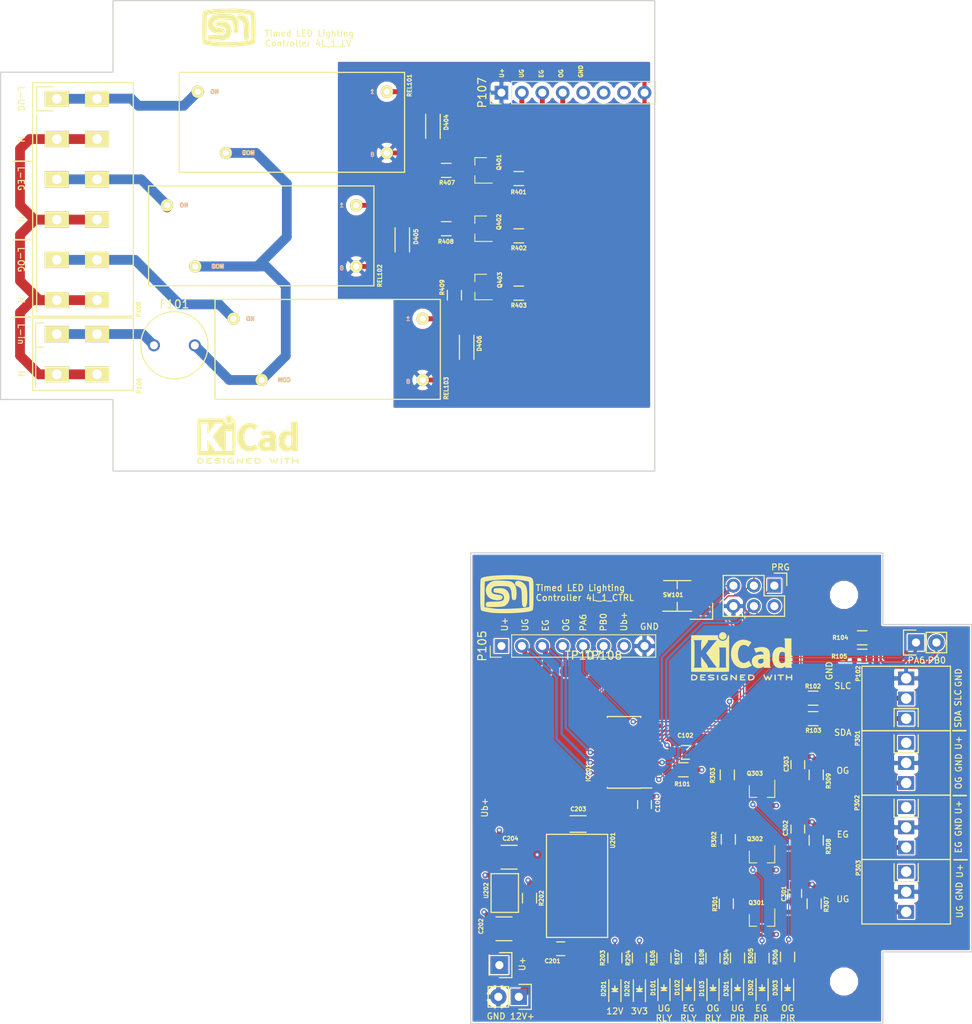
<source format=kicad_pcb>
(kicad_pcb (version 4) (host pcbnew 4.0.2-4+6225~38~ubuntu14.04.1-stable)
  (title_block (title "Timed LED Lighting Controller - Master Layout") (rev 4L_1))
  (layers (0 F.Cu signal) (1 Ub+ power) (2 U+ power) (31 B.Cu signal) (34 B.Paste user) (35 F.Paste user) (36 B.SilkS user) (37 F.SilkS user) (38 B.Mask user) (39 F.Mask user) (44 Edge.Cuts user))
  (net 0 "")
  (net 1 GND)
  (net 2 "/Power System/U+In")
  (net 3 /PIR13/SIG_UG)
  (net 4 /PIR13/SIG_EG)
  (net 5 /PIR13/SIG_OG)
  (net 6 "Net-(D404-Pad2)")
  (net 7 "Net-(D405-Pad2)")
  (net 8 "Net-(D406-Pad2)")
  (net 9 /MOSI)
  (net 10 /MISO)
  (net 11 /SCK)
  (net 12 "/LED Driver/Relay_UG")
  (net 13 "/LED Driver/Relay_EG")
  (net 14 "/LED Driver/Relay_OG")
  (net 15 /SDA)
  (net 16 /SCL)
  (net 17 /Lin)
  (net 18 /LineUG)
  (net 19 /LineEG)
  (net 20 /LineOG)
  (net 21 /PIR13/PIR_UG)
  (net 22 /PIR13/PIR_EG)
  (net 23 /PIR13/PIR_OG)
  (net 24 "Net-(Q401-Pad3)")
  (net 25 "Net-(Q402-Pad3)")
  (net 26 "Net-(Q403-Pad3)")
  (net 27 "Net-(R202-Pad1)")
  (net 28 /RelayOG)
  (net 29 /RelayEG)
  (net 30 /RelayUG)
  (net 31 /PIR13/U+)
  (net 32 /PIR13/Ub+)
  (net 33 "/LED Driver/LED_DRIVER_U+")
  (net 34 "Net-(Q401-Pad1)")
  (net 35 "Net-(Q402-Pad1)")
  (net 36 "Net-(Q403-Pad1)")
  (net 37 GNDA)
  (net 38 "Net-(D301-Pad2)")
  (net 39 "Net-(D302-Pad2)")
  (net 40 "Net-(D303-Pad2)")
  (net 41 "Net-(D201-Pad2)")
  (net 42 "Net-(D202-Pad2)")
  (net 43 "Net-(SW101-Pad2)")
  (net 44 "Net-(SW101-Pad4)")
  (net 45 "Net-(U202-Pad4)")
  (net 46 /~Reset)
  (net 47 "Net-(D101-Pad2)")
  (net 48 "Net-(D102-Pad2)")
  (net 49 "Net-(D103-Pad2)")
  (net 50 "Net-(F101-Pad2)")
  (net 51 /Neutral)
  (net 52 /GPIO_PB0)
  (net 53 /GPIO_PA6)
  (net 54 "Net-(P107-Pad5)")
  (net 55 "Net-(P107-Pad6)")
  (net 56 "Net-(P107-Pad7)")
  (module tl2c-footprint:JW1AFSN-12-F (layer F.Cu) (at 74.93 95.377)
    (fp_text reference REL103 (at 14.732 4.826 90) (layer F.SilkS) (effects (font (size 0.508 0.508) (thickness 0.127))))
    (fp_text value Relay_OG)
    (fp_text user 8 (at 10 4) (layer F.SilkS) (effects (font (size 0.508 0.508) (thickness 0.127))))
    (fp_text user 1 (at 10 -3.8) (layer F.SilkS) (effects (font (size 0.508 0.508) (thickness 0.127))))
    (fp_text user COM (at -5.4 3.8) (layer F.SilkS) (effects (font (size 0.508 0.508) (thickness 0.127))))
    (fp_text user NO (at -9.6 -3.8) (layer F.SilkS) (effects (font (size 0.508 0.508) (thickness 0.127))))
    (fp_text user NO (at -9.6 -3.8) (layer B.SilkS) (effects (font (size 0.508 0.508) (thickness 0.127)) (justify mirror)))
    (fp_text user COM (at -5.4 3.8) (layer B.SilkS) (effects (font (size 0.508 0.508) (thickness 0.127)) (justify mirror)))
    (fp_text user 8 (at 10 4) (layer B.SilkS) (effects (font (size 0.508 0.508) (thickness 0.127)) (justify mirror)))
    (fp_text user 1 (at 10 -3.8) (layer B.SilkS) (effects (font (size 0.508 0.508) (thickness 0.127)) (justify mirror)))
    (pad 1 thru_hole circle (at 11.8 -3.8) (size 1.524 1.524) (drill 0.762) (layers *.Cu *.Mask F.SilkS) (net 8 "Net-(D406-Pad2)"))
    (pad 8 thru_hole circle (at 11.8 3.8) (size 1.524 1.524) (drill 0.762) (layers *.Cu *.Mask F.SilkS) (net 33 "/LED Driver/LED_DRIVER_U+"))
    (pad 6 thru_hole circle (at -8.2 3.8) (size 1.524 1.524) (drill 0.762) (layers *.Cu *.Mask F.SilkS) (net 50 "Net-(F101-Pad2)"))
    (pad 4 thru_hole circle (at -11.7 -3.8) (size 1.524 1.524) (drill 0.762) (layers *.Cu *.Mask F.SilkS) (net 20 /LineOG))
  )
  (module tl2c-footprint:JW1AFSN-12-F (layer F.Cu) (at 66.675 81.28)
    (fp_text reference REL102 (at 14.732 4.953 90) (layer F.SilkS) (effects (font (size 0.508 0.508) (thickness 0.127))))
    (fp_text value Relay_EG)
    (fp_text user 8 (at 10 4) (layer F.SilkS) (effects (font (size 0.508 0.508) (thickness 0.127))))
    (fp_text user 1 (at 10 -3.8) (layer F.SilkS) (effects (font (size 0.508 0.508) (thickness 0.127))))
    (fp_text user COM (at -5.4 3.8) (layer F.SilkS) (effects (font (size 0.508 0.508) (thickness 0.127))))
    (fp_text user NO (at -9.6 -3.8) (layer F.SilkS) (effects (font (size 0.508 0.508) (thickness 0.127))))
    (fp_text user NO (at -9.6 -3.8) (layer B.SilkS) (effects (font (size 0.508 0.508) (thickness 0.127)) (justify mirror)))
    (fp_text user COM (at -5.4 3.8) (layer B.SilkS) (effects (font (size 0.508 0.508) (thickness 0.127)) (justify mirror)))
    (fp_text user 8 (at 10 4) (layer B.SilkS) (effects (font (size 0.508 0.508) (thickness 0.127)) (justify mirror)))
    (fp_text user 1 (at 10 -3.8) (layer B.SilkS) (effects (font (size 0.508 0.508) (thickness 0.127)) (justify mirror)))
    (pad 1 thru_hole circle (at 11.8 -3.8) (size 1.524 1.524) (drill 0.762) (layers *.Cu *.Mask F.SilkS) (net 7 "Net-(D405-Pad2)"))
    (pad 8 thru_hole circle (at 11.8 3.8) (size 1.524 1.524) (drill 0.762) (layers *.Cu *.Mask F.SilkS) (net 33 "/LED Driver/LED_DRIVER_U+"))
    (pad 6 thru_hole circle (at -8.2 3.8) (size 1.524 1.524) (drill 0.762) (layers *.Cu *.Mask F.SilkS) (net 50 "Net-(F101-Pad2)"))
    (pad 4 thru_hole circle (at -11.7 -3.8) (size 1.524 1.524) (drill 0.762) (layers *.Cu *.Mask F.SilkS) (net 19 /LineEG))
  )
  (module Measurement_Points:Measurement_Point_Round-SMD-Pad_Small (layer F.Cu) (at 104.521 135.382 270)
    (fp_text reference TP106 hide)
    (fp_text value TP_RLY_OG)
    (pad 1 smd circle (at 0 0 270) (size 1.5 1.5) (layers F.Cu F.Mask) (net 28 /RelayOG))
  )
  (module Housings_SOIC:SOIC-14_3.9x8.7mm_Pitch1.27mm (layer F.Cu) (at 111.76 145.415 180)
    (fp_text reference IC101 (at 4.445 -2.54 270) (layer F.SilkS) (effects (font (size 0.508 0.508) (thickness 0.127))))
    (fp_text value ATTINY20-X)
    (pad 1 smd rect (at -2.7 -3.81 180) (size 1.5 0.6) (layers F.Cu F.Paste F.Mask) (net 32 /PIR13/Ub+))
    (pad 2 smd rect (at -2.7 -2.54 180) (size 1.5 0.6) (layers F.Cu F.Paste F.Mask) (net 52 /GPIO_PB0))
    (pad 3 smd rect (at -2.7 -1.27 180) (size 1.5 0.6) (layers F.Cu F.Paste F.Mask) (net 9 /MOSI))
    (pad 4 smd rect (at -2.7 0 180) (size 1.5 0.6) (layers F.Cu F.Paste F.Mask) (net 46 /~Reset))
    (pad 5 smd rect (at -2.7 1.27 180) (size 1.5 0.6) (layers F.Cu F.Paste F.Mask) (net 10 /MISO))
    (pad 6 smd rect (at -2.7 2.54 180) (size 1.5 0.6) (layers F.Cu F.Paste F.Mask) (net 11 /SCK))
    (pad 7 smd rect (at -2.7 3.81 180) (size 1.5 0.6) (layers F.Cu F.Paste F.Mask) (net 53 /GPIO_PA6))
    (pad 8 smd rect (at 2.7 3.81 180) (size 1.5 0.6) (layers F.Cu F.Paste F.Mask) (net 5 /PIR13/SIG_OG))
    (pad 9 smd rect (at 2.7 2.54 180) (size 1.5 0.6) (layers F.Cu F.Paste F.Mask) (net 4 /PIR13/SIG_EG))
    (pad 10 smd rect (at 2.7 1.27 180) (size 1.5 0.6) (layers F.Cu F.Paste F.Mask) (net 3 /PIR13/SIG_UG))
    (pad 11 smd rect (at 2.7 0 180) (size 1.5 0.6) (layers F.Cu F.Paste F.Mask) (net 28 /RelayOG))
    (pad 12 smd rect (at 2.7 -1.27 180) (size 1.5 0.6) (layers F.Cu F.Paste F.Mask) (net 29 /RelayEG))
    (pad 13 smd rect (at 2.7 -2.54 180) (size 1.5 0.6) (layers F.Cu F.Paste F.Mask) (net 30 /RelayUG))
    (pad 14 smd rect (at 2.7 -3.81 180) (size 1.5 0.6) (layers F.Cu F.Paste F.Mask) (net 1 GND))
  )
  (module tl2c-footprint:JW1AFSN-12-F (layer F.Cu) (at 70.485 67.183)
    (fp_text reference REL101 (at 14.605 -4.572 90) (layer F.SilkS) (effects (font (size 0.508 0.508) (thickness 0.127))))
    (fp_text value Relay_UG)
    (fp_text user 8 (at 10 4) (layer F.SilkS) (effects (font (size 0.508 0.508) (thickness 0.127))))
    (fp_text user 1 (at 10 -3.8) (layer F.SilkS) (effects (font (size 0.508 0.508) (thickness 0.127))))
    (fp_text user COM (at -5.4 3.8) (layer F.SilkS) (effects (font (size 0.508 0.508) (thickness 0.127))))
    (fp_text user NO (at -9.6 -3.8) (layer F.SilkS) (effects (font (size 0.508 0.508) (thickness 0.127))))
    (fp_text user NO (at -9.6 -3.8) (layer B.SilkS) (effects (font (size 0.508 0.508) (thickness 0.127)) (justify mirror)))
    (fp_text user COM (at -5.4 3.8) (layer B.SilkS) (effects (font (size 0.508 0.508) (thickness 0.127)) (justify mirror)))
    (fp_text user 8 (at 10 4) (layer B.SilkS) (effects (font (size 0.508 0.508) (thickness 0.127)) (justify mirror)))
    (fp_text user 1 (at 10 -3.8) (layer B.SilkS) (effects (font (size 0.508 0.508) (thickness 0.127)) (justify mirror)))
    (pad 1 thru_hole circle (at 11.8 -3.8) (size 1.524 1.524) (drill 0.762) (layers *.Cu *.Mask F.SilkS) (net 6 "Net-(D404-Pad2)"))
    (pad 8 thru_hole circle (at 11.8 3.8) (size 1.524 1.524) (drill 0.762) (layers *.Cu *.Mask F.SilkS) (net 33 "/LED Driver/LED_DRIVER_U+"))
    (pad 6 thru_hole circle (at -8.2 3.8) (size 1.524 1.524) (drill 0.762) (layers *.Cu *.Mask F.SilkS) (net 50 "Net-(F101-Pad2)"))
    (pad 4 thru_hole circle (at -11.7 -3.8) (size 1.524 1.524) (drill 0.762) (layers *.Cu *.Mask F.SilkS) (net 18 /LineUG))
  )
  (module Resistors_SMD:R_0805 (layer F.Cu) (at 116.713 170.942 270)
    (fp_text reference R106 (at 0 1.397 270) (layer F.SilkS) (effects (font (size 0.508 0.508) (thickness 0.127))))
    (fp_text value 660Ω)
    (pad 1 smd rect (at -0.95 0 270) (size 0.7 1.3) (layers F.Cu F.Paste F.Mask) (net 30 /RelayUG))
    (pad 2 smd rect (at 0.95 0 270) (size 0.7 1.3) (layers F.Cu F.Paste F.Mask) (net 47 "Net-(D101-Pad2)"))
  )
  (module LEDs:LED_0805 (layer F.Cu) (at 116.713 174.625 90)
    (fp_text reference D101 (at -0.0254 -1.3462 90) (layer F.SilkS) (effects (font (size 0.508 0.508) (thickness 0.127))))
    (fp_text value LED_UG)
    (pad 2 smd rect (at 1.04902 0 270) (size 1.19888 1.19888) (layers F.Cu F.Paste F.Mask) (net 47 "Net-(D101-Pad2)"))
    (pad 1 smd rect (at -1.04902 0 270) (size 1.19888 1.19888) (layers F.Cu F.Paste F.Mask) (net 1 GND))
  )
  (module Capacitors_SMD:C_0805 (layer F.Cu) (at 114.3 151.892 270)
    (fp_text reference C101 (at 0 -1.651 270) (layer F.SilkS) (effects (font (size 0.508 0.508) (thickness 0.127))))
    (fp_text value "100n 50V")
    (pad 1 smd rect (at -1 0 270) (size 1 1.25) (layers F.Cu F.Paste F.Mask) (net 32 /PIR13/Ub+))
    (pad 2 smd rect (at 1 0 270) (size 1 1.25) (layers F.Cu F.Paste F.Mask) (net 1 GND))
  )
  (module Capacitors_SMD:C_0805 (layer F.Cu) (at 103.886 169.799)
    (fp_text reference C201 (at -1.016 1.524) (layer F.SilkS) (effects (font (size 0.508 0.508) (thickness 0.127))))
    (fp_text value "0.1μF 50V")
    (pad 1 smd rect (at -1 0) (size 1 1.25) (layers F.Cu F.Paste F.Mask) (net 2 "/Power System/U+In"))
    (pad 2 smd rect (at 1 0) (size 1 1.25) (layers F.Cu F.Paste F.Mask) (net 1 GND))
  )
  (module Capacitors_SMD:C_1210 (layer F.Cu) (at 96.8375 167.3225)
    (fp_text reference C202 (at -2.8575 -0.3175 90) (layer F.SilkS) (effects (font (size 0.508 0.508) (thickness 0.127))))
    (fp_text value "1μF 25V")
    (pad 1 smd rect (at -1.5 0) (size 1 2.5) (layers F.Cu F.Paste F.Mask) (net 31 /PIR13/U+))
    (pad 2 smd rect (at 1.5 0) (size 1 2.5) (layers F.Cu F.Paste F.Mask) (net 1 GND))
  )
  (module Capacitors_SMD:C_1210 (layer F.Cu) (at 97.4725 158.4325)
    (fp_text reference C204 (at 0.1651 -2.3241) (layer F.SilkS) (effects (font (size 0.508 0.508) (thickness 0.127))))
    (fp_text value "1μF 16V")
    (pad 1 smd rect (at -1.5 0) (size 1 2.5) (layers F.Cu F.Paste F.Mask) (net 32 /PIR13/Ub+))
    (pad 2 smd rect (at 1.5 0) (size 1 2.5) (layers F.Cu F.Paste F.Mask) (net 1 GND))
  )
  (module Capacitors_SMD:C_0805 (layer F.Cu) (at 132.969 162.941 90)
    (fp_text reference C301 (at -0.0254 -1.3462 90) (layer F.SilkS) (effects (font (size 0.508 0.508) (thickness 0.127))))
    (fp_text value "100nF 50V")
    (pad 1 smd rect (at -1 0 90) (size 1 1.25) (layers F.Cu F.Paste F.Mask) (net 1 GND))
    (pad 2 smd rect (at 1 0 90) (size 1 1.25) (layers F.Cu F.Paste F.Mask) (net 31 /PIR13/U+))
  )
  (module Capacitors_SMD:C_0805 (layer F.Cu) (at 133.35 154.94 90)
    (fp_text reference C302 (at 0.127 -1.524 90) (layer F.SilkS) (effects (font (size 0.508 0.508) (thickness 0.127))))
    (fp_text value "100nF 50V")
    (pad 1 smd rect (at -1 0 90) (size 1 1.25) (layers F.Cu F.Paste F.Mask) (net 1 GND))
    (pad 2 smd rect (at 1 0 90) (size 1 1.25) (layers F.Cu F.Paste F.Mask) (net 31 /PIR13/U+))
  )
  (module Capacitors_SMD:C_0805 (layer F.Cu) (at 133.35 146.939 90)
    (fp_text reference C303 (at 0.0762 -1.4224 90) (layer F.SilkS) (effects (font (size 0.508 0.508) (thickness 0.127))))
    (fp_text value "100nF 50V")
    (pad 1 smd rect (at -1 0 90) (size 1 1.25) (layers F.Cu F.Paste F.Mask) (net 1 GND))
    (pad 2 smd rect (at 1 0 90) (size 1 1.25) (layers F.Cu F.Paste F.Mask) (net 31 /PIR13/U+))
  )
  (module LEDs:LED_0805 (layer F.Cu) (at 110.617 174.752 90)
    (fp_text reference D201 (at 0 -1.397 90) (layer F.SilkS) (effects (font (size 0.508 0.508) (thickness 0.127))))
    (fp_text value 12VDC)
    (pad 2 smd rect (at 1.04902 0 270) (size 1.19888 1.19888) (layers F.Cu F.Paste F.Mask) (net 41 "Net-(D201-Pad2)"))
    (pad 1 smd rect (at -1.04902 0 270) (size 1.19888 1.19888) (layers F.Cu F.Paste F.Mask) (net 1 GND))
  )
  (module LEDs:LED_0805 (layer F.Cu) (at 113.665 174.752 90)
    (fp_text reference D202 (at 0 -1.524 90) (layer F.SilkS) (effects (font (size 0.508 0.508) (thickness 0.127))))
    (fp_text value 3V3DC)
    (pad 2 smd rect (at 1.04902 0 270) (size 1.19888 1.19888) (layers F.Cu F.Paste F.Mask) (net 42 "Net-(D202-Pad2)"))
    (pad 1 smd rect (at -1.04902 0 270) (size 1.19888 1.19888) (layers F.Cu F.Paste F.Mask) (net 1 GND))
  )
  (module LEDs:LED_0805 (layer F.Cu) (at 125.857 174.625 90)
    (fp_text reference D301 (at -0.127 -1.397 90) (layer F.SilkS) (effects (font (size 0.508 0.508) (thickness 0.127))))
    (fp_text value LED__SIG_UG)
    (pad 2 smd rect (at 1.04902 0 270) (size 1.19888 1.19888) (layers F.Cu F.Paste F.Mask) (net 38 "Net-(D301-Pad2)"))
    (pad 1 smd rect (at -1.04902 0 270) (size 1.19888 1.19888) (layers F.Cu F.Paste F.Mask) (net 1 GND))
  )
  (module LEDs:LED_0805 (layer F.Cu) (at 128.905 174.625 90)
    (fp_text reference D302 (at 0 -1.397 90) (layer F.SilkS) (effects (font (size 0.508 0.508) (thickness 0.127))))
    (fp_text value LED__SIG_EG)
    (pad 2 smd rect (at 1.04902 0 270) (size 1.19888 1.19888) (layers F.Cu F.Paste F.Mask) (net 39 "Net-(D302-Pad2)"))
    (pad 1 smd rect (at -1.04902 0 270) (size 1.19888 1.19888) (layers F.Cu F.Paste F.Mask) (net 1 GND))
  )
  (module LEDs:LED_0805 (layer F.Cu) (at 132.08 174.625 90)
    (fp_text reference D303 (at -0.0254 -1.524 90) (layer F.SilkS) (effects (font (size 0.508 0.508) (thickness 0.127))))
    (fp_text value LED__SIG_OG)
    (pad 2 smd rect (at 1.04902 0 270) (size 1.19888 1.19888) (layers F.Cu F.Paste F.Mask) (net 40 "Net-(D303-Pad2)"))
    (pad 1 smd rect (at -1.04902 0 270) (size 1.19888 1.19888) (layers F.Cu F.Paste F.Mask) (net 1 GND))
  )
  (module Diodes_SMD:SOD-123 (layer F.Cu) (at 88.011 67.183 90)
    (fp_text reference D404 (at 0 1.651 90) (layer F.SilkS) (effects (font (size 0.508 0.508) (thickness 0.127))))
    (fp_text value 1N4148W)
    (pad 1 smd rect (at -1.635 0 90) (size 0.91 1.22) (layers F.Cu F.Paste F.Mask) (net 33 "/LED Driver/LED_DRIVER_U+"))
    (pad 2 smd rect (at 1.635 0 90) (size 0.91 1.22) (layers F.Cu F.Paste F.Mask) (net 6 "Net-(D404-Pad2)"))
  )
  (module Diodes_SMD:SOD-123 (layer F.Cu) (at 84.201 81.28 90)
    (fp_text reference D405 (at -0.1016 1.7018 90) (layer F.SilkS) (effects (font (size 0.508 0.508) (thickness 0.127))))
    (fp_text value 1N4148W)
    (pad 1 smd rect (at -1.635 0 90) (size 0.91 1.22) (layers F.Cu F.Paste F.Mask) (net 33 "/LED Driver/LED_DRIVER_U+"))
    (pad 2 smd rect (at 1.635 0 90) (size 0.91 1.22) (layers F.Cu F.Paste F.Mask) (net 7 "Net-(D405-Pad2)"))
  )
  (module Diodes_SMD:SOD-123 (layer F.Cu) (at 92.202 94.615 90)
    (fp_text reference D406 (at -0.0254 1.5748 90) (layer F.SilkS) (effects (font (size 0.508 0.508) (thickness 0.127))))
    (fp_text value 1N4148W)
    (pad 1 smd rect (at -1.635 0 90) (size 0.91 1.22) (layers F.Cu F.Paste F.Mask) (net 33 "/LED Driver/LED_DRIVER_U+"))
    (pad 2 smd rect (at 1.635 0 90) (size 0.91 1.22) (layers F.Cu F.Paste F.Mask) (net 8 "Net-(D406-Pad2)"))
  )
  (module Pin_Headers:Pin_Header_Straight_1x02 (layer F.Cu) (at 98.679 175.768 270)
    (fp_text reference P101 hide)
    (fp_text value 12VDC)
    (pad 1 thru_hole rect (at 0 0 270) (size 2.032 2.032) (drill 1.016) (layers *.Cu *.Mask) (net 2 "/Power System/U+In"))
    (pad 2 thru_hole oval (at 0 2.54 270) (size 2.032 2.032) (drill 1.016) (layers *.Cu *.Mask) (net 1 GND))
  )
  (module Pin_Headers:Pin_Header_Straight_1x02 (layer F.Cu) (at 148.0312 131.7752 90)
    (fp_text reference P103 hide)
    (fp_text value Spare)
    (pad 1 thru_hole rect (at 0 0 90) (size 2.032 2.032) (drill 1.016) (layers *.Cu *.Mask) (net 53 /GPIO_PA6))
    (pad 2 thru_hole oval (at 0 2.54 90) (size 2.032 2.032) (drill 1.016) (layers *.Cu *.Mask) (net 52 /GPIO_PB0))
  )
  (module Pin_Headers:Pin_Header_Straight_2x03 (layer F.Cu) (at 130.429 124.714 270)
    (fp_text reference P104 hide)
    (fp_text value "ISP Header")
    (pad 1 thru_hole rect (at 0 0 270) (size 1.7272 1.7272) (drill 1.016) (layers *.Cu *.Mask) (net 10 /MISO))
    (pad 2 thru_hole oval (at 2.54 0 270) (size 1.7272 1.7272) (drill 1.016) (layers *.Cu *.Mask) (net 32 /PIR13/Ub+))
    (pad 3 thru_hole oval (at 0 2.54 270) (size 1.7272 1.7272) (drill 1.016) (layers *.Cu *.Mask) (net 11 /SCK))
    (pad 4 thru_hole oval (at 2.54 2.54 270) (size 1.7272 1.7272) (drill 1.016) (layers *.Cu *.Mask) (net 9 /MOSI))
    (pad 5 thru_hole oval (at 0 5.08 270) (size 1.7272 1.7272) (drill 1.016) (layers *.Cu *.Mask) (net 46 /~Reset))
    (pad 6 thru_hole oval (at 2.54 5.08 270) (size 1.7272 1.7272) (drill 1.016) (layers *.Cu *.Mask) (net 1 GND))
  )
  (module TO_SOT_Packages_SMD:SOT-23 (layer F.Cu) (at 128.905 166.243 270)
    (fp_text reference Q301 (at -2.159 0.6858 360) (layer F.SilkS) (effects (font (size 0.508 0.508) (thickness 0.127))))
    (fp_text value IRLML2502)
    (pad 1 smd rect (at -1 -0.95 270) (size 0.9 0.8) (layers F.Cu F.Paste F.Mask) (net 21 /PIR13/PIR_UG))
    (pad 2 smd rect (at -1 0.95 270) (size 0.9 0.8) (layers F.Cu F.Paste F.Mask) (net 3 /PIR13/SIG_UG))
    (pad 3 smd rect (at 1 0 270) (size 0.9 0.8) (layers F.Cu F.Paste F.Mask) (net 32 /PIR13/Ub+))
  )
  (module TO_SOT_Packages_SMD:SOT-23 (layer F.Cu) (at 128.905 158.369 270)
    (fp_text reference Q302 (at -2.2098 0.889 360) (layer F.SilkS) (effects (font (size 0.508 0.508) (thickness 0.127))))
    (fp_text value IRLML2502)
    (pad 1 smd rect (at -1 -0.95 270) (size 0.9 0.8) (layers F.Cu F.Paste F.Mask) (net 22 /PIR13/PIR_EG))
    (pad 2 smd rect (at -1 0.95 270) (size 0.9 0.8) (layers F.Cu F.Paste F.Mask) (net 4 /PIR13/SIG_EG))
    (pad 3 smd rect (at 1 0 270) (size 0.9 0.8) (layers F.Cu F.Paste F.Mask) (net 32 /PIR13/Ub+))
  )
  (module TO_SOT_Packages_SMD:SOT-23 (layer F.Cu) (at 128.905 150.241 270)
    (fp_text reference Q303 (at -2.2098 0.889 360) (layer F.SilkS) (effects (font (size 0.508 0.508) (thickness 0.127))))
    (fp_text value IRLML2502)
    (pad 1 smd rect (at -1 -0.95 270) (size 0.9 0.8) (layers F.Cu F.Paste F.Mask) (net 23 /PIR13/PIR_OG))
    (pad 2 smd rect (at -1 0.95 270) (size 0.9 0.8) (layers F.Cu F.Paste F.Mask) (net 5 /PIR13/SIG_OG))
    (pad 3 smd rect (at 1 0 270) (size 0.9 0.8) (layers F.Cu F.Paste F.Mask) (net 32 /PIR13/Ub+))
  )
  (module TO_SOT_Packages_SMD:SOT-23 (layer F.Cu) (at 93.98 73.152 180)
    (fp_text reference Q401 (at -2.2352 1.016 270) (layer F.SilkS) (effects (font (size 0.508 0.508) (thickness 0.127))))
    (fp_text value IRLML2502)
    (pad 1 smd rect (at -1 -0.95 180) (size 0.9 0.8) (layers F.Cu F.Paste F.Mask) (net 34 "Net-(Q401-Pad1)"))
    (pad 2 smd rect (at -1 0.95 180) (size 0.9 0.8) (layers F.Cu F.Paste F.Mask) (net 37 GNDA))
    (pad 3 smd rect (at 1 0 180) (size 0.9 0.8) (layers F.Cu F.Paste F.Mask) (net 24 "Net-(Q401-Pad3)"))
  )
  (module TO_SOT_Packages_SMD:SOT-23 (layer F.Cu) (at 93.98 80.391 180)
    (fp_text reference Q402 (at -2.2352 0.8382 270) (layer F.SilkS) (effects (font (size 0.508 0.508) (thickness 0.127))))
    (fp_text value IRLML2502)
    (pad 1 smd rect (at -1 -0.95 180) (size 0.9 0.8) (layers F.Cu F.Paste F.Mask) (net 35 "Net-(Q402-Pad1)"))
    (pad 2 smd rect (at -1 0.95 180) (size 0.9 0.8) (layers F.Cu F.Paste F.Mask) (net 37 GNDA))
    (pad 3 smd rect (at 1 0 180) (size 0.9 0.8) (layers F.Cu F.Paste F.Mask) (net 25 "Net-(Q402-Pad3)"))
  )
  (module TO_SOT_Packages_SMD:SOT-23 (layer F.Cu) (at 93.98 87.63 180)
    (fp_text reference Q403 (at -2.3368 0.8636 270) (layer F.SilkS) (effects (font (size 0.508 0.508) (thickness 0.127))))
    (fp_text value IRLML2502)
    (pad 1 smd rect (at -1 -0.95 180) (size 0.9 0.8) (layers F.Cu F.Paste F.Mask) (net 36 "Net-(Q403-Pad1)"))
    (pad 2 smd rect (at -1 0.95 180) (size 0.9 0.8) (layers F.Cu F.Paste F.Mask) (net 37 GNDA))
    (pad 3 smd rect (at 1 0 180) (size 0.9 0.8) (layers F.Cu F.Paste F.Mask) (net 26 "Net-(Q403-Pad3)"))
  )
  (module Resistors_SMD:R_0805 (layer F.Cu) (at 119.126 147.574)
    (fp_text reference R101 (at -0.127 1.778) (layer F.SilkS) (effects (font (size 0.508 0.508) (thickness 0.127))))
    (fp_text value 10kΩ)
    (pad 1 smd rect (at -0.95 0) (size 0.7 1.3) (layers F.Cu F.Paste F.Mask) (net 46 /~Reset))
    (pad 2 smd rect (at 0.95 0) (size 0.7 1.3) (layers F.Cu F.Paste F.Mask) (net 32 /PIR13/Ub+))
  )
  (module Resistors_SMD:R_0805 (layer F.Cu) (at 135.255 138.684 180)
    (fp_text reference R102 (at 0.0254 1.4732 180) (layer F.SilkS) (effects (font (size 0.508 0.508) (thickness 0.127))))
    (fp_text value 330Ω)
    (pad 1 smd rect (at -0.95 0 180) (size 0.7 1.3) (layers F.Cu F.Paste F.Mask) (net 16 /SCL))
    (pad 2 smd rect (at 0.95 0 180) (size 0.7 1.3) (layers F.Cu F.Paste F.Mask) (net 11 /SCK))
  )
  (module Resistors_SMD:R_0805 (layer F.Cu) (at 135.255 141.224 180)
    (fp_text reference R103 (at -0.0254 -1.4732 180) (layer F.SilkS) (effects (font (size 0.508 0.508) (thickness 0.127))))
    (fp_text value 330Ω)
    (pad 1 smd rect (at -0.95 0 180) (size 0.7 1.3) (layers F.Cu F.Paste F.Mask) (net 15 /SDA))
    (pad 2 smd rect (at 0.95 0 180) (size 0.7 1.3) (layers F.Cu F.Paste F.Mask) (net 9 /MOSI))
  )
  (module Resistors_SMD:R_0805 (layer F.Cu) (at 141.351 131.191)
    (fp_text reference R104 (at -2.7178 -0.0254) (layer F.SilkS) (effects (font (size 0.508 0.508) (thickness 0.127))))
    (fp_text value NOPOP)
    (pad 1 smd rect (at -0.95 0) (size 0.7 1.3) (layers F.Cu F.Paste F.Mask) (net 1 GND))
    (pad 2 smd rect (at 0.95 0) (size 0.7 1.3) (layers F.Cu F.Paste F.Mask) (net 53 /GPIO_PA6))
  )
  (module Resistors_SMD:R_0805 (layer F.Cu) (at 141.351 133.477)
    (fp_text reference R105 (at -2.8448 0.0254) (layer F.SilkS) (effects (font (size 0.508 0.508) (thickness 0.127))))
    (fp_text value NOPOP)
    (pad 1 smd rect (at -0.95 0) (size 0.7 1.3) (layers F.Cu F.Paste F.Mask) (net 1 GND))
    (pad 2 smd rect (at 0.95 0) (size 0.7 1.3) (layers F.Cu F.Paste F.Mask) (net 52 /GPIO_PB0))
  )
  (module Resistors_SMD:R_0805 (layer F.Cu) (at 100.0125 163.5125 90)
    (fp_text reference R202 (at -0.0127 1.4859 90) (layer F.SilkS) (effects (font (size 0.508 0.508) (thickness 0.127))))
    (fp_text value 0Ω)
    (pad 1 smd rect (at -0.95 0 90) (size 0.7 1.3) (layers F.Cu F.Paste F.Mask) (net 27 "Net-(R202-Pad1)"))
    (pad 2 smd rect (at 0.95 0 90) (size 0.7 1.3) (layers F.Cu F.Paste F.Mask) (net 31 /PIR13/U+))
  )
  (module Resistors_SMD:R_0805 (layer F.Cu) (at 110.617 170.942 270)
    (fp_text reference R203 (at 0 1.524 270) (layer F.SilkS) (effects (font (size 0.508 0.508) (thickness 0.127))))
    (fp_text value 2k4Ω)
    (pad 1 smd rect (at -0.95 0 270) (size 0.7 1.3) (layers F.Cu F.Paste F.Mask) (net 31 /PIR13/U+))
    (pad 2 smd rect (at 0.95 0 270) (size 0.7 1.3) (layers F.Cu F.Paste F.Mask) (net 41 "Net-(D201-Pad2)"))
  )
  (module Resistors_SMD:R_0805 (layer F.Cu) (at 113.665 170.942 270)
    (fp_text reference R204 (at 0 1.397 270) (layer F.SilkS) (effects (font (size 0.508 0.508) (thickness 0.127))))
    (fp_text value 660Ω)
    (pad 1 smd rect (at -0.95 0 270) (size 0.7 1.3) (layers F.Cu F.Paste F.Mask) (net 32 /PIR13/Ub+))
    (pad 2 smd rect (at 0.95 0 270) (size 0.7 1.3) (layers F.Cu F.Paste F.Mask) (net 42 "Net-(D202-Pad2)"))
  )
  (module Resistors_SMD:R_0805 (layer F.Cu) (at 124.46 164.211 270)
    (fp_text reference R301 (at 0 1.397 270) (layer F.SilkS) (effects (font (size 0.508 0.508) (thickness 0.127))))
    (fp_text value 1kΩ)
    (pad 1 smd rect (at -0.95 0 270) (size 0.7 1.3) (layers F.Cu F.Paste F.Mask) (net 1 GND))
    (pad 2 smd rect (at 0.95 0 270) (size 0.7 1.3) (layers F.Cu F.Paste F.Mask) (net 3 /PIR13/SIG_UG))
  )
  (module Resistors_SMD:R_0805 (layer F.Cu) (at 124.714 156.21 270)
    (fp_text reference R302 (at 0.01016 1.78308 270) (layer F.SilkS) (effects (font (size 0.508 0.508) (thickness 0.127))))
    (fp_text value 1kΩ)
    (pad 1 smd rect (at -0.95 0 270) (size 0.7 1.3) (layers F.Cu F.Paste F.Mask) (net 1 GND))
    (pad 2 smd rect (at 0.95 0 270) (size 0.7 1.3) (layers F.Cu F.Paste F.Mask) (net 4 /PIR13/SIG_EG))
  )
  (module Resistors_SMD:R_0805 (layer F.Cu) (at 124.587 148.209 270)
    (fp_text reference R303 (at 0.06604 1.82372 270) (layer F.SilkS) (effects (font (size 0.508 0.508) (thickness 0.127))))
    (fp_text value 1kΩ)
    (pad 1 smd rect (at -0.95 0 270) (size 0.7 1.3) (layers F.Cu F.Paste F.Mask) (net 1 GND))
    (pad 2 smd rect (at 0.95 0 270) (size 0.7 1.3) (layers F.Cu F.Paste F.Mask) (net 5 /PIR13/SIG_OG))
  )
  (module Resistors_SMD:R_0805 (layer F.Cu) (at 125.857 170.942 90)
    (fp_text reference R304 (at 0.127 -1.397 90) (layer F.SilkS) (effects (font (size 0.508 0.508) (thickness 0.127))))
    (fp_text value 660Ω)
    (pad 1 smd rect (at -0.95 0 90) (size 0.7 1.3) (layers F.Cu F.Paste F.Mask) (net 38 "Net-(D301-Pad2)"))
    (pad 2 smd rect (at 0.95 0 90) (size 0.7 1.3) (layers F.Cu F.Paste F.Mask) (net 3 /PIR13/SIG_UG))
  )
  (module Resistors_SMD:R_0805 (layer F.Cu) (at 128.905 170.942 90)
    (fp_text reference R305 (at 0.254 -1.397 90) (layer F.SilkS) (effects (font (size 0.508 0.508) (thickness 0.127))))
    (fp_text value 660Ω)
    (pad 1 smd rect (at -0.95 0 90) (size 0.7 1.3) (layers F.Cu F.Paste F.Mask) (net 39 "Net-(D302-Pad2)"))
    (pad 2 smd rect (at 0.95 0 90) (size 0.7 1.3) (layers F.Cu F.Paste F.Mask) (net 4 /PIR13/SIG_EG))
  )
  (module Resistors_SMD:R_0805 (layer F.Cu) (at 132.08 170.815 90)
    (fp_text reference R306 (at 0 -1.524 90) (layer F.SilkS) (effects (font (size 0.508 0.508) (thickness 0.127))))
    (fp_text value 660Ω)
    (pad 1 smd rect (at -0.95 0 90) (size 0.7 1.3) (layers F.Cu F.Paste F.Mask) (net 40 "Net-(D303-Pad2)"))
    (pad 2 smd rect (at 0.95 0 90) (size 0.7 1.3) (layers F.Cu F.Paste F.Mask) (net 5 /PIR13/SIG_OG))
  )
  (module Resistors_SMD:R_0805 (layer F.Cu) (at 135.382 164.211 90)
    (fp_text reference R307 (at -0.0762 1.524 90) (layer F.SilkS) (effects (font (size 0.508 0.508) (thickness 0.127))))
    (fp_text value 10kΩ)
    (pad 1 smd rect (at -0.95 0 90) (size 0.7 1.3) (layers F.Cu F.Paste F.Mask) (net 21 /PIR13/PIR_UG))
    (pad 2 smd rect (at 0.95 0 90) (size 0.7 1.3) (layers F.Cu F.Paste F.Mask) (net 31 /PIR13/U+))
  )
  (module Resistors_SMD:R_0805 (layer F.Cu) (at 135.636 156.337 90)
    (fp_text reference R308 (at -0.762 1.524 90) (layer F.SilkS) (effects (font (size 0.508 0.508) (thickness 0.127))))
    (fp_text value 10kΩ)
    (pad 1 smd rect (at -0.95 0 90) (size 0.7 1.3) (layers F.Cu F.Paste F.Mask) (net 22 /PIR13/PIR_EG))
    (pad 2 smd rect (at 0.95 0 90) (size 0.7 1.3) (layers F.Cu F.Paste F.Mask) (net 31 /PIR13/U+))
  )
  (module Resistors_SMD:R_0805 (layer F.Cu) (at 135.636 148.209 90)
    (fp_text reference R309 (at -0.762 1.524 270) (layer F.SilkS) (effects (font (size 0.508 0.508) (thickness 0.127))))
    (fp_text value 10kΩ)
    (pad 1 smd rect (at -0.95 0 90) (size 0.7 1.3) (layers F.Cu F.Paste F.Mask) (net 23 /PIR13/PIR_OG))
    (pad 2 smd rect (at 0.95 0 90) (size 0.7 1.3) (layers F.Cu F.Paste F.Mask) (net 31 /PIR13/U+))
  )
  (module Resistors_SMD:R_0805 (layer F.Cu) (at 98.679 74.168)
    (fp_text reference R401 (at -0.0254 1.6764) (layer F.SilkS) (effects (font (size 0.508 0.508) (thickness 0.127))))
    (fp_text value 10kΩ)
    (pad 1 smd rect (at -0.95 0) (size 0.7 1.3) (layers F.Cu F.Paste F.Mask) (net 34 "Net-(Q401-Pad1)"))
    (pad 2 smd rect (at 0.95 0) (size 0.7 1.3) (layers F.Cu F.Paste F.Mask) (net 12 "/LED Driver/Relay_UG"))
  )
  (module Resistors_SMD:R_0805 (layer F.Cu) (at 98.679 81.28)
    (fp_text reference R402 (at 0 1.524) (layer F.SilkS) (effects (font (size 0.508 0.508) (thickness 0.127))))
    (fp_text value 10kΩ)
    (pad 1 smd rect (at -0.95 0) (size 0.7 1.3) (layers F.Cu F.Paste F.Mask) (net 35 "Net-(Q402-Pad1)"))
    (pad 2 smd rect (at 0.95 0) (size 0.7 1.3) (layers F.Cu F.Paste F.Mask) (net 13 "/LED Driver/Relay_EG"))
  )
  (module Resistors_SMD:R_0805 (layer F.Cu) (at 98.679 88.392)
    (fp_text reference R403 (at 0 1.524) (layer F.SilkS) (effects (font (size 0.508 0.508) (thickness 0.127))))
    (fp_text value 10kΩ)
    (pad 1 smd rect (at -0.95 0) (size 0.7 1.3) (layers F.Cu F.Paste F.Mask) (net 36 "Net-(Q403-Pad1)"))
    (pad 2 smd rect (at 0.95 0) (size 0.7 1.3) (layers F.Cu F.Paste F.Mask) (net 14 "/LED Driver/Relay_OG"))
  )
  (module Resistors_SMD:R_0805 (layer F.Cu) (at 89.662 73.152)
    (fp_text reference R407 (at 0.1016 1.524) (layer F.SilkS) (effects (font (size 0.508 0.508) (thickness 0.127))))
    (fp_text value 10kΩ)
    (pad 1 smd rect (at -0.95 0) (size 0.7 1.3) (layers F.Cu F.Paste F.Mask) (net 6 "Net-(D404-Pad2)"))
    (pad 2 smd rect (at 0.95 0) (size 0.7 1.3) (layers F.Cu F.Paste F.Mask) (net 24 "Net-(Q401-Pad3)"))
  )
  (module Resistors_SMD:R_0805 (layer F.Cu) (at 89.662 80.391)
    (fp_text reference R408 (at -0.0508 1.6002) (layer F.SilkS) (effects (font (size 0.508 0.508) (thickness 0.127))))
    (fp_text value 10kΩ)
    (pad 1 smd rect (at -0.95 0) (size 0.7 1.3) (layers F.Cu F.Paste F.Mask) (net 7 "Net-(D405-Pad2)"))
    (pad 2 smd rect (at 0.95 0) (size 0.7 1.3) (layers F.Cu F.Paste F.Mask) (net 25 "Net-(Q402-Pad3)"))
  )
  (module Resistors_SMD:R_0805 (layer F.Cu) (at 90.678 88.646 90)
    (fp_text reference R409 (at 0.9652 -1.524 90) (layer F.SilkS) (effects (font (size 0.508 0.508) (thickness 0.127))))
    (fp_text value 10kΩ)
    (pad 1 smd rect (at -0.95 0 90) (size 0.7 1.3) (layers F.Cu F.Paste F.Mask) (net 8 "Net-(D406-Pad2)"))
    (pad 2 smd rect (at 0.95 0 90) (size 0.7 1.3) (layers F.Cu F.Paste F.Mask) (net 26 "Net-(Q403-Pad3)"))
  )
  (module tl2c-footprint:PTS525SM15SMTR2LFS (layer F.Cu) (at 118.364 125.984 180)
    (fp_text reference SW101 (at 0.508 0.127 180) (layer F.SilkS) (effects (font (size 0.508 0.508) (thickness 0.127))))
    (fp_text value TL3315NF160Q hide)
    (pad 1 smd rect (at -3.2 -1.9 180) (size 1.6 1) (layers F.Cu F.Paste F.Mask) (net 46 /~Reset))
    (pad 2 smd rect (at 3.2 -1.9 180) (size 1.6 1) (layers F.Cu F.Paste F.Mask) (net 43 "Net-(SW101-Pad2)"))
    (pad 3 smd rect (at -3.2 1.9 180) (size 1.6 1) (layers F.Cu F.Paste F.Mask) (net 1 GND))
    (pad 4 smd rect (at 3.2 1.9 180) (size 1.6 1) (layers F.Cu F.Paste F.Mask) (net 44 "Net-(SW101-Pad4)"))
  )
  (module Measurement_Points:Measurement_Point_Round-SMD-Pad_Small (layer F.Cu) (at 138.938 135.2804 180)
    (fp_text reference TP101 hide)
    (fp_text value TPGND)
    (pad 1 smd circle (at 0 0 180) (size 1.5 1.5) (layers F.Cu F.Mask) (net 1 GND))
  )
  (module Measurement_Points:Measurement_Point_Round-SMD-Pad_Small (layer F.Cu) (at 138.938 138.684 180)
    (fp_text reference TP102 hide)
    (fp_text value TPSCL)
    (pad 1 smd circle (at 0 0 180) (size 1.5 1.5) (layers F.Cu F.Mask) (net 16 /SCL))
  )
  (module Measurement_Points:Measurement_Point_Round-SMD-Pad_Small (layer F.Cu) (at 138.938 141.224 180)
    (fp_text reference TP103 hide)
    (fp_text value TPSDA)
    (pad 1 smd circle (at 0 0 180) (size 1.5 1.5) (layers F.Cu F.Mask) (net 15 /SDA))
  )
  (module Measurement_Points:Measurement_Point_Round-SMD-Pad_Small (layer F.Cu) (at 94.234 154.686 90)
    (fp_text reference TP201 hide)
    (fp_text value TP3V3)
    (pad 1 smd circle (at 0 0 90) (size 1.5 1.5) (layers F.Cu F.Mask) (net 32 /PIR13/Ub+))
  )
  (module Measurement_Points:Measurement_Point_Round-SMD-Pad_Small (layer F.Cu) (at 138.938 165.227)
    (fp_text reference TP301 hide)
    (fp_text value TP_UG)
    (pad 1 smd circle (at 0 0) (size 1.5 1.5) (layers F.Cu F.Mask) (net 21 /PIR13/PIR_UG))
  )
  (module Measurement_Points:Measurement_Point_Round-SMD-Pad_Small (layer F.Cu) (at 138.938 157.226)
    (fp_text reference TP302 hide)
    (fp_text value TP_EG)
    (pad 1 smd circle (at 0 0) (size 1.5 1.5) (layers F.Cu F.Mask) (net 22 /PIR13/PIR_EG))
  )
  (module Measurement_Points:Measurement_Point_Round-SMD-Pad_Small (layer F.Cu) (at 138.938 149.225)
    (fp_text reference TP303 hide)
    (fp_text value TP_EG)
    (pad 1 smd circle (at 0 0) (size 1.5 1.5) (layers F.Cu F.Mask) (net 23 /PIR13/PIR_OG))
  )
  (module tl2c-footprint:LF120ABDT-TR (layer F.Cu) (at 105.918 164.592 90)
    (fp_text reference U201 (at 8.255 4.445 90) (layer F.SilkS) (effects (font (size 0.508 0.508) (thickness 0.127))))
    (fp_text value LF120ABDT-TR)
    (pad 1 smd rect (at 0 0 90) (size 6.7 6.7) (layers F.Cu F.Paste F.Mask) (net 2 "/Power System/U+In"))
    (pad 2 smd rect (at 6.65 -2.3 90) (size 3 1.6) (layers F.Cu F.Paste F.Mask) (net 31 /PIR13/U+))
    (pad 3 smd rect (at 6.65 2.3 90) (size 3 1.6) (layers F.Cu F.Paste F.Mask) (net 1 GND))
  )
  (module tl2c-footprint:TPS70933DBVR (layer F.Cu) (at 96.8375 162.8775)
    (fp_text reference U202 (at -2.2225 -0.3175 90) (layer F.SilkS) (effects (font (size 0.508 0.508) (thickness 0.127))))
    (fp_text value TPS70933)
    (pad 5 smd rect (at -0.95 -1.35) (size 0.74 1.19) (layers F.Cu F.Paste F.Mask) (net 32 /PIR13/Ub+))
    (pad 4 smd rect (at 0.95 -1.35) (size 0.74 1.19) (layers F.Cu F.Paste F.Mask) (net 45 "Net-(U202-Pad4)"))
    (pad 2 smd rect (at 0 1.35) (size 0.74 1.19) (layers F.Cu F.Paste F.Mask) (net 1 GND))
    (pad 1 smd rect (at -0.95 1.35) (size 0.74 1.19) (layers F.Cu F.Paste F.Mask) (net 31 /PIR13/U+))
    (pad 3 smd rect (at 0.95 1.35) (size 0.74 1.19) (layers F.Cu F.Paste F.Mask) (net 27 "Net-(R202-Pad1)"))
  )
  (module LEDs:LED_0805 (layer F.Cu) (at 119.761 174.625 90)
    (fp_text reference D102 (at 0 -1.397 90) (layer F.SilkS) (effects (font (size 0.508 0.508) (thickness 0.127))))
    (fp_text value LED_EG)
    (pad 2 smd rect (at 1.04902 0 270) (size 1.19888 1.19888) (layers F.Cu F.Paste F.Mask) (net 48 "Net-(D102-Pad2)"))
    (pad 1 smd rect (at -1.04902 0 270) (size 1.19888 1.19888) (layers F.Cu F.Paste F.Mask) (net 1 GND))
  )
  (module LEDs:LED_0805 (layer F.Cu) (at 122.809 174.625 90)
    (fp_text reference D103 (at -0.127 -1.397 90) (layer F.SilkS) (effects (font (size 0.508 0.508) (thickness 0.127))))
    (fp_text value LED_OG)
    (pad 2 smd rect (at 1.04902 0 270) (size 1.19888 1.19888) (layers F.Cu F.Paste F.Mask) (net 49 "Net-(D103-Pad2)"))
    (pad 1 smd rect (at -1.04902 0 270) (size 1.19888 1.19888) (layers F.Cu F.Paste F.Mask) (net 1 GND))
  )
  (module Resistors_SMD:R_0805 (layer F.Cu) (at 119.761 170.942 270)
    (fp_text reference R107 (at -0.127 1.397 270) (layer F.SilkS) (effects (font (size 0.508 0.508) (thickness 0.127))))
    (fp_text value 660Ω)
    (pad 1 smd rect (at -0.95 0 270) (size 0.7 1.3) (layers F.Cu F.Paste F.Mask) (net 29 /RelayEG))
    (pad 2 smd rect (at 0.95 0 270) (size 0.7 1.3) (layers F.Cu F.Paste F.Mask) (net 48 "Net-(D102-Pad2)"))
  )
  (module Resistors_SMD:R_0805 (layer F.Cu) (at 122.809 170.942 270)
    (fp_text reference R108 (at -0.127 1.397 270) (layer F.SilkS) (effects (font (size 0.508 0.508) (thickness 0.127))))
    (fp_text value 660Ω)
    (pad 1 smd rect (at -0.95 0 270) (size 0.7 1.3) (layers F.Cu F.Paste F.Mask) (net 28 /RelayOG))
    (pad 2 smd rect (at 0.95 0 270) (size 0.7 1.3) (layers F.Cu F.Paste F.Mask) (net 49 "Net-(D103-Pad2)"))
  )
  (module Pin_Headers:Pin_Header_Straight_1x01 (layer F.Cu) (at 96.266 171.831 270)
    (fp_text reference TP202 hide)
    (fp_text value TP12V)
    (pad 1 thru_hole rect (at 0 0 270) (size 2.2352 2.2352) (drill 1.016) (layers *.Cu *.Mask) (net 31 /PIR13/U+))
  )
  (module Measurement_Points:Measurement_Point_Round-SMD-Pad_Small (layer F.Cu) (at 99.441 135.382 270)
    (fp_text reference TP104 hide)
    (fp_text value TP_RLY_UG)
    (pad 1 smd circle (at 0 0 270) (size 1.5 1.5) (layers F.Cu F.Mask) (net 30 /RelayUG))
  )
  (module Measurement_Points:Measurement_Point_Round-SMD-Pad_Small (layer F.Cu) (at 101.981 135.382 270)
    (fp_text reference TP105 hide)
    (fp_text value TP_RLY_EG)
    (pad 1 smd circle (at 0 0 270) (size 1.5 1.5) (layers F.Cu F.Mask) (net 29 /RelayEG))
  )
  (module Symbols:KiCad-Logo2_6mm_SilkScreen (layer F.Cu) (at 65.024 106.5784)
    (fp_text reference REF*** hide)
    (fp_text value KiCad-Logo2_6mm_SilkScreen hide)
  )
  (module tl2c-footprint:MyBasic_rounded_50_1 (layer F.Cu) (at 62.611 55.372)
    (fp_text reference G*** hide)
    (fp_text value LOGO hide)
  )
  (module tl2c-footprint:MyBasic_rounded_50_1 (layer F.Cu) (at 97.155 125.73)
    (fp_text reference G*** hide)
    (fp_text value LOGO hide)
  )
  (module Mounting_Holes:MountingHole_3.2mm_M3 (layer F.Cu) (at 53.086 59.78)
    (fp_text reference REF** hide)
    (fp_text value MountingHole_3.2mm_M3)
    (pad 1 np_thru_hole circle (at 0 0) (size 3.2 3.2) (drill 3.2) (layers *.Cu *.Mask))
  )
  (module Capacitors_SMD:C_1206 (layer F.Cu) (at 106.045 154.305)
    (fp_text reference C203 (at 0.0254 -1.8542) (layer F.SilkS) (effects (font (size 0.508 0.508) (thickness 0.127))))
    (fp_text value "2.2μF 50V")
    (pad 1 smd rect (at -1.5 0) (size 1 1.6) (layers F.Cu F.Paste F.Mask) (net 31 /PIR13/U+))
    (pad 2 smd rect (at 1.5 0) (size 1 1.6) (layers F.Cu F.Paste F.Mask) (net 1 GND))
  )
  (module Mounting_Holes:MountingHole_3.2mm_M3 (layer F.Cu) (at 53.086 102.78)
    (fp_text reference REF** hide)
    (fp_text value MountingHole_3.2mm_M3)
    (pad 1 np_thru_hole circle (at 0 0) (size 3.2 3.2) (drill 3.2) (layers *.Cu *.Mask))
  )
  (module Mounting_Holes:MountingHole_3.2mm_M3 (layer F.Cu) (at 139.086 125.86)
    (fp_text reference REF** hide)
    (fp_text value MountingHole_3.2mm_M3)
    (pad 1 np_thru_hole circle (at 0 0) (size 3.2 3.2) (drill 3.2) (layers *.Cu *.Mask))
  )
  (module Mounting_Holes:MountingHole_3.2mm_M3 (layer F.Cu) (at 139.086 173.86)
    (fp_text reference REF** hide)
    (fp_text value MountingHole_3.2mm_M3)
    (pad 1 np_thru_hole circle (at 0 0) (size 3.2 3.2) (drill 3.2) (layers *.Cu *.Mask))
  )
  (module Symbols:KiCad-Logo2_6mm_SilkScreen (layer F.Cu) (at 126.365 133.477)
    (fp_text reference REF*** hide)
    (fp_text value KiCad-Logo2_6mm_SilkScreen hide)
  )
  (module Capacitors_SMD:C_0805 (layer F.Cu) (at 119.38 145.415)
    (fp_text reference C102 (at 0 -2.1) (layer F.SilkS) (effects (font (size 0.508 0.508) (thickness 0.127))))
    (fp_text value "100n 50V")
    (pad 1 smd rect (at -1 0) (size 1 1.25) (layers F.Cu F.Paste F.Mask) (net 46 /~Reset))
    (pad 2 smd rect (at 1 0) (size 1 1.25) (layers F.Cu F.Paste F.Mask) (net 1 GND))
  )
  (module tl2c-footprint:TERMINAL_BLOCK_2_5MM_5MM (layer F.Cu) (at 41.275 93.472)
    (fp_text reference P106 (at 10.2362 6.4262 90) (layer F.SilkS) (effects (font (size 0.508 0.508) (thickness 0.127))))
    (fp_text value 240VAC hide)
    (pad 1 thru_hole rect (at 0 0 270) (size 2 3) (drill 1.2) (layers *.Cu *.Mask F.SilkS) (net 17 /Lin))
    (pad 2 thru_hole rect (at 0 5 270) (size 2 3) (drill 1.2) (layers *.Cu *.Mask F.SilkS) (net 51 /Neutral))
    (pad 3 thru_hole rect (at 5 5 270) (size 2 3) (drill 1.2) (layers *.Cu *.Mask F.SilkS) (net 51 /Neutral))
    (pad 4 thru_hole rect (at 5 0 270) (size 2 3) (drill 1.2) (layers *.Cu *.Mask F.SilkS) (net 17 /Lin))
  )
  (module tl2c-footprint:TERMINAL_BLOCK_6_5MM_5MM (layer F.Cu) (at 41.275 64.262)
    (fp_text reference P108 (at 10.1473 26.162 90) (layer F.SilkS) (effects (font (size 0.508 0.508) (thickness 0.127))))
    (fp_text value LED_OUT)
    (pad 1 thru_hole rect (at 0 0) (size 3 2) (drill 1.2) (layers *.Cu *.Mask F.SilkS) (net 18 /LineUG))
    (pad 2 thru_hole rect (at 0 5) (size 3 2) (drill 1.2) (layers *.Cu *.Mask F.SilkS) (net 51 /Neutral))
    (pad 3 thru_hole rect (at 0 10) (size 3 2) (drill 1.2) (layers *.Cu *.Mask F.SilkS) (net 19 /LineEG))
    (pad 4 thru_hole rect (at 0 15) (size 3 2) (drill 1.2) (layers *.Cu *.Mask F.SilkS) (net 51 /Neutral))
    (pad 5 thru_hole rect (at 0 20) (size 3 2) (drill 1.2) (layers *.Cu *.Mask F.SilkS) (net 20 /LineOG))
    (pad 6 thru_hole rect (at 0 25) (size 3 2) (drill 1.2) (layers *.Cu *.Mask F.SilkS) (net 51 /Neutral))
    (pad 7 thru_hole rect (at 5 25) (size 3 2) (drill 1.2) (layers *.Cu *.Mask F.SilkS) (net 51 /Neutral))
    (pad 8 thru_hole rect (at 5 20) (size 3 2) (drill 1.2) (layers *.Cu *.Mask F.SilkS) (net 20 /LineOG))
    (pad 9 thru_hole rect (at 5 15) (size 3 2) (drill 1.2) (layers *.Cu *.Mask F.SilkS) (net 51 /Neutral))
    (pad 10 thru_hole rect (at 5 10) (size 3 2) (drill 1.2) (layers *.Cu *.Mask F.SilkS) (net 19 /LineEG))
    (pad 11 thru_hole rect (at 5 5) (size 3 2) (drill 1.2) (layers *.Cu *.Mask F.SilkS) (net 51 /Neutral))
    (pad 12 thru_hole rect (at 5 0) (size 3 2) (drill 1.2) (layers *.Cu *.Mask F.SilkS) (net 18 /LineUG))
  )
  (module tl2c-footprint:Spring_Terminal_Block_1_x_3 (layer F.Cu) (at 146.812 141.224 180)
    (fp_text reference P102 (at 5.969 5.588 270) (layer F.SilkS) (effects (font (size 0.508 0.508) (thickness 0.127))))
    (fp_text value "I2C Master")
    (pad 1 thru_hole rect (at 0 0 180) (size 2 1.7) (drill 1.3) (layers *.Cu *.Mask) (net 15 /SDA))
    (pad 2 thru_hole rect (at 0 2.5 180) (size 2 1.7) (drill 1.3) (layers *.Cu *.Mask) (net 16 /SCL))
    (pad 3 thru_hole rect (at 0 5 180) (size 2 1.7) (drill 1.3) (layers *.Cu *.Mask) (net 1 GND))
  )
  (module tl2c-footprint:Spring_Terminal_Block_1_x_3 (layer F.Cu) (at 146.812 144.224)
    (fp_text reference P301 (at -6.0452 -0.5616 90) (layer F.SilkS) (effects (font (size 0.508 0.508) (thickness 0.127))))
    (fp_text value CONN_PIR_OG)
    (pad 1 thru_hole rect (at 0 0) (size 2 1.7) (drill 1.3) (layers *.Cu *.Mask) (net 31 /PIR13/U+))
    (pad 2 thru_hole rect (at 0 2.5) (size 2 1.7) (drill 1.3) (layers *.Cu *.Mask) (net 1 GND))
    (pad 3 thru_hole rect (at 0 5) (size 2 1.7) (drill 1.3) (layers *.Cu *.Mask) (net 23 /PIR13/PIR_OG))
  )
  (module tl2c-footprint:Spring_Terminal_Block_1_x_3 (layer F.Cu) (at 146.812 152.224)
    (fp_text reference P302 (at -6.096 -0.5352 90) (layer F.SilkS) (effects (font (size 0.508 0.508) (thickness 0.127))))
    (fp_text value CONN_PIR_EG)
    (pad 1 thru_hole rect (at 0 0) (size 2 1.7) (drill 1.3) (layers *.Cu *.Mask) (net 31 /PIR13/U+))
    (pad 2 thru_hole rect (at 0 2.5) (size 2 1.7) (drill 1.3) (layers *.Cu *.Mask) (net 1 GND))
    (pad 3 thru_hole rect (at 0 5) (size 2 1.7) (drill 1.3) (layers *.Cu *.Mask) (net 22 /PIR13/PIR_EG))
  )
  (module tl2c-footprint:Spring_Terminal_Block_1_x_3 (layer F.Cu) (at 146.812 160.224)
    (fp_text reference P303 (at -5.9436 -0.458 90) (layer F.SilkS) (effects (font (size 0.508 0.508) (thickness 0.127))))
    (fp_text value CONN_PIR_UG)
    (pad 1 thru_hole rect (at 0 0) (size 2 1.7) (drill 1.3) (layers *.Cu *.Mask) (net 31 /PIR13/U+))
    (pad 2 thru_hole rect (at 0 2.5) (size 2 1.7) (drill 1.3) (layers *.Cu *.Mask) (net 1 GND))
    (pad 3 thru_hole rect (at 0 5) (size 2 1.7) (drill 1.3) (layers *.Cu *.Mask) (net 21 /PIR13/PIR_UG))
  )
  (module tl2c-footprint:Fuse_TE5_Littlefuse-ESKA_887_O14 (layer F.Cu) (at 55.88 94.869)
    (fp_text reference F101 (at 0 -5.1) (layer F.SilkS))
    (fp_text value 500mA hide)
    (pad 1 thru_hole circle (at -2.54 0) (size 1.50114 1.50114) (drill 1.00076) (layers *.Cu *.Mask) (net 17 /Lin))
    (pad 2 thru_hole circle (at 2.54 0.01016) (size 1.50114 1.50114) (drill 1.00076) (layers *.Cu *.Mask) (net 50 "Net-(F101-Pad2)"))
  )
  (module Pin_Headers:Pin_Header_Straight_1x08_Pitch2.54mm (layer F.Cu) (at 96.52 132.207 90)
    (fp_text reference P105 (at 0 -2.39 90) (layer F.SilkS))
    (fp_text value LED_DRIVER)
    (pad 1 thru_hole rect (at 0 0 90) (size 1.7 1.7) (drill 1) (layers *.Cu *.Mask) (net 31 /PIR13/U+))
    (pad 2 thru_hole oval (at 0 2.54 90) (size 1.7 1.7) (drill 1) (layers *.Cu *.Mask) (net 30 /RelayUG))
    (pad 3 thru_hole oval (at 0 5.08 90) (size 1.7 1.7) (drill 1) (layers *.Cu *.Mask) (net 29 /RelayEG))
    (pad 4 thru_hole oval (at 0 7.62 90) (size 1.7 1.7) (drill 1) (layers *.Cu *.Mask) (net 28 /RelayOG))
    (pad 5 thru_hole oval (at 0 10.16 90) (size 1.7 1.7) (drill 1) (layers *.Cu *.Mask) (net 53 /GPIO_PA6))
    (pad 6 thru_hole oval (at 0 12.7 90) (size 1.7 1.7) (drill 1) (layers *.Cu *.Mask) (net 52 /GPIO_PB0))
    (pad 7 thru_hole oval (at 0 15.24 90) (size 1.7 1.7) (drill 1) (layers *.Cu *.Mask) (net 32 /PIR13/Ub+))
    (pad 8 thru_hole oval (at 0 17.78 90) (size 1.7 1.7) (drill 1) (layers *.Cu *.Mask) (net 1 GND))
  )
  (module Pin_Headers:Pin_Header_Straight_1x08_Pitch2.54mm (layer F.Cu) (at 96.52 63.5 90)
    (fp_text reference P107 (at 0 -2.39 90) (layer F.SilkS))
    (fp_text value LED_DRIVER)
    (pad 1 thru_hole rect (at 0 0 90) (size 1.7 1.7) (drill 1) (layers *.Cu *.Mask) (net 33 "/LED Driver/LED_DRIVER_U+"))
    (pad 2 thru_hole oval (at 0 2.54 90) (size 1.7 1.7) (drill 1) (layers *.Cu *.Mask) (net 12 "/LED Driver/Relay_UG"))
    (pad 3 thru_hole oval (at 0 5.08 90) (size 1.7 1.7) (drill 1) (layers *.Cu *.Mask) (net 13 "/LED Driver/Relay_EG"))
    (pad 4 thru_hole oval (at 0 7.62 90) (size 1.7 1.7) (drill 1) (layers *.Cu *.Mask) (net 14 "/LED Driver/Relay_OG"))
    (pad 5 thru_hole oval (at 0 10.16 90) (size 1.7 1.7) (drill 1) (layers *.Cu *.Mask) (net 54 "Net-(P107-Pad5)"))
    (pad 6 thru_hole oval (at 0 12.7 90) (size 1.7 1.7) (drill 1) (layers *.Cu *.Mask) (net 55 "Net-(P107-Pad6)"))
    (pad 7 thru_hole oval (at 0 15.24 90) (size 1.7 1.7) (drill 1) (layers *.Cu *.Mask) (net 56 "Net-(P107-Pad7)"))
    (pad 8 thru_hole oval (at 0 17.78 90) (size 1.7 1.7) (drill 1) (layers *.Cu *.Mask) (net 37 GNDA))
  )
  (module Measurement_Points:Measurement_Point_Round-SMD-Pad_Small (layer F.Cu) (at 106.68 135.382)
    (fp_text reference TP107 (at 0 -2) (layer F.SilkS))
    (fp_text value PA6)
    (pad 1 smd circle (at 0 0) (size 1.5 1.5) (layers F.Cu F.Mask) (net 53 /GPIO_PA6))
  )
  (module Measurement_Points:Measurement_Point_Round-SMD-Pad_Small (layer F.Cu) (at 109.22 135.382)
    (fp_text reference TP108 (at 0 -2) (layer F.SilkS))
    (fp_text value PB0)
    (pad 1 smd circle (at 0 0) (size 1.5 1.5) (layers F.Cu F.Mask) (net 52 /GPIO_PB0))
  )
  (gr_text Ub+ (at 111.7346 130.4544 90) (layer F.SilkS) (effects (font (size 0.762 0.762) (thickness 0.127)) (justify left)))
  (gr_text PB0 (at 109.1946 130.4544 90) (layer F.SilkS) (effects (font (size 0.762 0.762) (thickness 0.127)) (justify left)))
  (gr_text PA6 (at 106.68 130.4544 90) (layer F.SilkS) (effects (font (size 0.762 0.762) (thickness 0.127)) (justify left)))
  (gr_line (start 152.6032 142.7226) (end 154.2288 142.7226) (angle 90) (layer F.SilkS) (width 0.2))
  (gr_text UG (at 99.4664 130.4544 90) (layer F.SilkS) (effects (font (size 0.762 0.762) (thickness 0.127)) (justify left)))
  (gr_text EG (at 102.0064 130.4544 90) (layer F.SilkS) (effects (font (size 0.762 0.762) (thickness 0.127)) (justify left)))
  (gr_text OG (at 104.5464 130.4544 90) (layer F.SilkS) (effects (font (size 0.762 0.762) (thickness 0.127)) (justify left)))
  (gr_text GND (at 113.665 129.794) (layer F.SilkS) (effects (font (size 0.762 0.762) (thickness 0.127)) (justify left)))
  (gr_text SLC (at 138.938 137.16) (layer F.SilkS) (effects (font (size 0.762 0.762) (thickness 0.127))))
  (gr_text SDA (at 138.938 142.9512) (layer F.SilkS) (effects (font (size 0.762 0.762) (thickness 0.127))))
  (gr_text UG (at 138.938 163.6268) (layer F.SilkS) (effects (font (size 0.762 0.762) (thickness 0.127))))
  (gr_text EG (at 138.938 155.6004) (layer F.SilkS) (effects (font (size 0.762 0.762) (thickness 0.127))))
  (gr_text OG (at 138.938 147.6756) (layer F.SilkS) (effects (font (size 0.762 0.762) (thickness 0.127))))
  (gr_text PRG (at 131.191 122.428) (layer F.SilkS) (effects (font (size 0.762 0.762) (thickness 0.127))))
  (gr_text U+ (at 99.1 171.68 90) (layer F.SilkS) (effects (font (size 0.762 0.762) (thickness 0.127))))
  (gr_text Ub+ (at 94.44 152.27 90) (layer F.SilkS) (effects (font (size 0.762 0.762) (thickness 0.127))))
  (gr_text PB0 (at 150.622 133.985) (layer F.SilkS) (effects (font (size 0.762 0.762) (thickness 0.127))))
  (gr_text PA6 (at 148.082 133.985) (layer F.SilkS) (effects (font (size 0.762 0.762) (thickness 0.127))))
  (gr_text U+ (at 153.3144 144.2212 90) (layer F.SilkS) (effects (font (size 0.762 0.762) (thickness 0.127))))
  (gr_line (start 152.654 150.7744) (end 154.2796 150.7744) (angle 90) (layer F.SilkS) (width 0.2))
  (gr_line (start 152.7556 158.75) (end 154.3812 158.75) (angle 90) (layer F.SilkS) (width 0.2))
  (gr_line (start 38.0492 81.7626) (end 35.9156 81.7626) (angle 90) (layer F.SilkS) (width 0.2))
  (gr_line (start 38.0492 72.009) (end 35.8648 72.009) (angle 90) (layer F.SilkS) (width 0.2))
  (gr_line (start 38.0492 91.3638) (end 35.8648 91.3638) (angle 90) (layer F.SilkS) (width 0.2))
  (gr_text L-OG (at 36.83 84.2264 270) (layer F.SilkS) (effects (font (size 0.762 0.762) (thickness 0.127))))
  (gr_text L-EG (at 36.83 74.168 270) (layer F.SilkS) (effects (font (size 0.762 0.762) (thickness 0.127))))
  (gr_text L-UG (at 36.83 64.262 270) (layer F.SilkS) (effects (font (size 0.762 0.762) (thickness 0.127))))
  (gr_text N (at 36.8808 89.2556 270) (layer F.SilkS) (effects (font (size 0.762 0.762) (thickness 0.127))))
  (gr_text N (at 36.8808 79.1972 270) (layer F.SilkS) (effects (font (size 0.762 0.762) (thickness 0.127))))
  (gr_text N (at 36.83 69.2912 270) (layer F.SilkS) (effects (font (size 0.762 0.762) (thickness 0.127))))
  (gr_text N (at 36.83 98.3996 270) (layer F.SilkS) (effects (font (size 0.762 0.762) (thickness 0.127))))
  (gr_text L-in (at 36.83 93.472 270) (layer F.SilkS) (effects (font (size 0.762 0.762) (thickness 0.127))))
  (gr_text GND (at 137.2616 135.2804 90) (layer F.SilkS) (effects (font (size 0.762 0.762) (thickness 0.127))))
  (gr_text UG (at 153.4668 165.2016 90) (layer F.SilkS) (effects (font (size 0.762 0.762) (thickness 0.127))))
  (gr_text U+ (at 153.4668 160.1216 90) (layer F.SilkS) (effects (font (size 0.762 0.762) (thickness 0.127))))
  (gr_text GND (at 153.416 162.6616 90) (layer F.SilkS) (effects (font (size 0.762 0.762) (thickness 0.127))))
  (gr_text EG (at 153.3144 157.2006 90) (layer F.SilkS) (effects (font (size 0.762 0.762) (thickness 0.127))))
  (gr_text GND (at 153.3144 154.686 90) (layer F.SilkS) (effects (font (size 0.762 0.762) (thickness 0.127))))
  (gr_text U+ (at 153.3144 152.2222 90) (layer F.SilkS) (effects (font (size 0.762 0.762) (thickness 0.127))))
  (gr_text OG (at 153.3144 149.1996 90) (layer F.SilkS) (effects (font (size 0.762 0.762) (thickness 0.127))))
  (gr_text SDA (at 153.2636 141.2748 90) (layer F.SilkS) (effects (font (size 0.762 0.762) (thickness 0.127))))
  (gr_text SLC (at 153.2636 138.6332 90) (layer F.SilkS) (effects (font (size 0.762 0.762) (thickness 0.127))))
  (gr_text GND (at 153.3144 136.144 90) (layer F.SilkS) (effects (font (size 0.762 0.762) (thickness 0.127))))
  (gr_text GND (at 153.3398 146.7104 90) (layer F.SilkS) (effects (font (size 0.762 0.762) (thickness 0.127))))
  (gr_text "OG\nPIR" (at 132.08 177.8) (layer F.SilkS) (effects (font (size 0.762 0.762) (thickness 0.127))))
  (gr_text "EG\nPIR" (at 128.778 177.8) (layer F.SilkS) (effects (font (size 0.762 0.762) (thickness 0.127))))
  (gr_text "UG\nPIR" (at 125.857 177.8) (layer F.SilkS) (effects (font (size 0.762 0.762) (thickness 0.127))))
  (gr_text "OG\nRLY" (at 122.809 177.8) (layer F.SilkS) (effects (font (size 0.762 0.762) (thickness 0.127))))
  (gr_text "EG\nRLY" (at 119.761 177.8) (layer F.SilkS) (effects (font (size 0.762 0.762) (thickness 0.127))))
  (gr_text "UG\nRLY" (at 116.713 177.8) (layer F.SilkS) (effects (font (size 0.762 0.762) (thickness 0.127))))
  (gr_text 3V3 (at 113.665 177.546) (layer F.SilkS) (effects (font (size 0.762 0.762) (thickness 0.127))))
  (gr_text 12V (at 110.617 177.546) (layer F.SilkS) (effects (font (size 0.762 0.762) (thickness 0.127))))
  (gr_line (start 154.94 129.54) (end 143.912 129.54) (angle 90) (layer Edge.Cuts) (width 0.15))
  (gr_line (start 154.94 170.18) (end 154.94 129.54) (angle 90) (layer Edge.Cuts) (width 0.15))
  (gr_line (start 143.912 170.18) (end 154.94 170.18) (angle 90) (layer Edge.Cuts) (width 0.15))
  (gr_line (start 143.912 179.07) (end 143.912 170.18) (angle 90) (layer Edge.Cuts) (width 0.15))
  (gr_line (start 34.29 101.6) (end 48.26 101.6) (angle 90) (layer Edge.Cuts) (width 0.15))
  (gr_line (start 34.29 60.96) (end 48.26 60.96) (angle 90) (layer Edge.Cuts) (width 0.15))
  (gr_line (start 34.29 60.96) (end 34.29 101.6) (angle 90) (layer Edge.Cuts) (width 0.15))
  (gr_line (start 48.26 110.49) (end 48.26 101.6) (angle 90) (layer Edge.Cuts) (width 0.15))
  (gr_text "Timed LED Lighting \nController 4L_1_CTRL" (at 100.711 125.603) (layer F.SilkS) (effects (font (size 0.762 0.762) (thickness 0.127)) (justify left)))
  (gr_text "Timed LED Lighting \nController 4L_1_LV" (at 67.056 56.769) (layer F.SilkS) (effects (font (size 0.762 0.762) (thickness 0.127)) (justify left)))
  (gr_text "U+\n\n\nUG\n\n\nEG\n\n\nOG\n\n\nGND" (at 101.473 61.722 90) (layer F.SilkS) (effects (font (size 0.508 0.508) (thickness 0.127)) (justify left)))
  (gr_text U+ (at 96.9264 130.4544 90) (layer F.SilkS) (effects (font (size 0.762 0.762) (thickness 0.127)) (justify left)))
  (gr_text "GND 12V+" (at 94.615 178.181) (layer F.SilkS) (effects (font (size 0.762 0.762) (thickness 0.127)) (justify left)))
  (gr_line (start 92.71 120.65) (end 92.71 179.07) (angle 90) (layer Edge.Cuts) (width 0.15))
  (gr_line (start 143.912 179.07) (end 92.71 179.07) (angle 90) (layer Edge.Cuts) (width 0.15))
  (gr_line (start 143.912 120.65) (end 143.912 129.54) (angle 90) (layer Edge.Cuts) (width 0.15))
  (gr_line (start 92.71 120.65) (end 143.912 120.65) (angle 90) (layer Edge.Cuts) (width 0.15))
  (gr_line (start 48.26 60.96) (end 48.26 52.07) (angle 90) (layer Edge.Cuts) (width 0.15))
  (gr_line (start 115.57 110.49) (end 48.26 110.49) (angle 90) (layer Edge.Cuts) (width 0.15))
  (gr_line (start 115.57 52.07) (end 115.57 110.49) (angle 90) (layer Edge.Cuts) (width 0.15))
  (gr_line (start 48.26 52.07) (end 115.57 52.07) (angle 90) (layer Edge.Cuts) (width 0.15))
  (segment (start 102.886 169.799) (end 102.886 167.624) (width 1.2192) (layer F.Cu) (net 2))
  (segment (start 102.886 167.624) (end 105.918 164.592) (width 1.2192) (layer F.Cu) (net 2))
  (segment (start 98.679 175.768) (end 102.886 171.561) (width 1.2192) (layer F.Cu) (net 2))
  (segment (start 102.886 171.561) (end 102.886 169.799) (width 1.2192) (layer F.Cu) (net 2))
  (segment (start 103.648 166.862) (end 105.918 164.592) (width 1.2192) (layer F.Cu) (net 2))
  (segment (start 109.06 144.145) (end 109.3978 144.145) (width 0.1524) (layer F.Cu) (net 3))
  (segment (start 109.3978 144.145) (end 111.9632 146.7104) (width 0.1524) (layer F.Cu) (net 3))
  (segment (start 123.6066 165.161) (end 124.46 165.161) (width 0.1524) (layer F.Cu) (net 3))
  (segment (start 111.9632 153.5176) (end 123.6066 165.161) (width 0.1524) (layer F.Cu) (net 3))
  (segment (start 111.9632 146.7104) (end 111.9632 153.5176) (width 0.1524) (layer F.Cu) (net 3))
  (segment (start 109.06 144.145) (end 109.51 144.145) (width 0.1524) (layer F.Cu) (net 3))
  (segment (start 124.46 165.161) (end 125.857 166.558) (width 0.1524) (layer F.Cu) (net 3))
  (segment (start 125.857 166.558) (end 125.857 169.992) (width 0.1524) (layer F.Cu) (net 3))
  (segment (start 127.955 165.243) (end 124.542 165.243) (width 0.1524) (layer F.Cu) (net 3))
  (segment (start 124.542 165.243) (end 124.46 165.161) (width 0.1524) (layer F.Cu) (net 3))
  (segment (start 109.06 144.145) (end 109.728 144.145) (width 0.1524) (layer F.Cu) (net 3))
  (segment (start 109.06 142.875) (end 110.820944 142.875) (width 0.1524) (layer F.Cu) (net 4))
  (segment (start 120.203 157.16) (end 124.714 157.16) (width 0.1524) (layer F.Cu) (net 4))
  (segment (start 113.665 147.32) (end 115.57 147.32) (width 0.1524) (layer F.Cu) (net 4))
  (segment (start 115.57 147.32) (end 116.84 148.59) (width 0.1524) (layer F.Cu) (net 4))
  (segment (start 116.84 148.59) (end 116.84 153.797) (width 0.1524) (layer F.Cu) (net 4))
  (segment (start 116.84 153.797) (end 120.203 157.16) (width 0.1524) (layer F.Cu) (net 4))
  (segment (start 113.030746 146.685746) (end 113.665 147.32) (width 0.1524) (layer F.Cu) (net 4))
  (segment (start 113.030746 145.084802) (end 113.030746 146.685746) (width 0.1524) (layer F.Cu) (net 4))
  (segment (start 110.820944 142.875) (end 113.030746 145.084802) (width 0.1524) (layer F.Cu) (net 4))
  (segment (start 128.905 168.783) (end 128.905 164.338) (width 0.1524) (layer B.Cu) (net 4))
  (segment (start 128.905 169.992) (end 128.905 168.783) (width 0.1524) (layer F.Cu) (net 4))
  (via (at 128.905 168.783) (size 0.6858) (drill 0.3302) (layers F.Cu B.Cu) (net 4))
  (segment (start 127.762 160.02) (end 127.762 157.562) (width 0.1524) (layer F.Cu) (net 4))
  (via (at 127.762 160.02) (size 0.6858) (drill 0.3302) (layers F.Cu B.Cu) (net 4))
  (segment (start 128.905 161.163) (end 127.762 160.02) (width 0.1524) (layer B.Cu) (net 4))
  (segment (start 128.905 164.338) (end 128.905 161.163) (width 0.1524) (layer B.Cu) (net 4))
  (segment (start 127.762 157.562) (end 127.955 157.369) (width 0.1524) (layer F.Cu) (net 4))
  (segment (start 124.714 157.16) (end 124.923 157.369) (width 0.6096) (layer F.Cu) (net 4))
  (segment (start 124.923 157.369) (end 127.955 157.369) (width 0.6096) (layer F.Cu) (net 4))
  (segment (start 109.06 142.875) (end 109.22 142.875) (width 0.1524) (layer F.Cu) (net 4))
  (segment (start 117.602 142.875) (end 119.761 142.875) (width 0.1524) (layer F.Cu) (net 5))
  (segment (start 109.982 141.605) (end 113.157 144.78) (width 0.1524) (layer F.Cu) (net 5))
  (segment (start 113.157 144.78) (end 115.697 144.78) (width 0.1524) (layer F.Cu) (net 5))
  (segment (start 115.697 144.78) (end 117.602 142.875) (width 0.1524) (layer F.Cu) (net 5))
  (segment (start 109.06 141.605) (end 109.982 141.605) (width 0.1524) (layer F.Cu) (net 5))
  (segment (start 127.955 147.64) (end 127.955 149.241) (width 0.1524) (layer F.Cu) (net 5))
  (segment (start 123.19 142.875) (end 127.955 147.64) (width 0.1524) (layer F.Cu) (net 5))
  (segment (start 119.761 142.875) (end 123.19 142.875) (width 0.1524) (layer F.Cu) (net 5))
  (segment (start 132.207 168.656) (end 132.207 162.56) (width 0.1524) (layer B.Cu) (net 5))
  (via (at 132.207 168.656) (size 0.6858) (drill 0.3302) (layers F.Cu B.Cu) (net 5))
  (segment (start 132.207 168.656) (end 132.08 168.783) (width 0.1524) (layer F.Cu) (net 5))
  (segment (start 132.08 169.865) (end 132.08 168.783) (width 0.1524) (layer F.Cu) (net 5))
  (segment (start 127.762 151.892) (end 127.762 149.434) (width 0.1524) (layer F.Cu) (net 5))
  (via (at 127.762 151.892) (size 0.6858) (drill 0.3302) (layers F.Cu B.Cu) (net 5))
  (segment (start 132.207 156.337) (end 127.762 151.892) (width 0.1524) (layer B.Cu) (net 5))
  (segment (start 132.207 162.56) (end 132.207 156.337) (width 0.1524) (layer B.Cu) (net 5))
  (segment (start 127.762 149.434) (end 127.955 149.241) (width 0.1524) (layer F.Cu) (net 5))
  (segment (start 127.955 149.241) (end 127.873 149.159) (width 0.6096) (layer F.Cu) (net 5))
  (segment (start 127.873 149.159) (end 124.587 149.159) (width 0.6096) (layer F.Cu) (net 5))
  (segment (start 88.011 65.548) (end 90.059 65.548) (width 0.6096) (layer F.Cu) (net 6))
  (segment (start 88.712 71.435) (end 88.712 73.152) (width 0.6096) (layer F.Cu) (net 6))
  (segment (start 90.805 69.342) (end 88.712 71.435) (width 0.6096) (layer F.Cu) (net 6))
  (segment (start 90.805 66.294) (end 90.805 69.342) (width 0.6096) (layer F.Cu) (net 6))
  (segment (start 90.059 65.548) (end 90.805 66.294) (width 0.6096) (layer F.Cu) (net 6))
  (segment (start 82.412 63.383) (end 87.005 63.383) (width 0.6096) (layer F.Cu) (net 6))
  (segment (start 88.011 64.389) (end 88.011 65.548) (width 0.6096) (layer F.Cu) (net 6))
  (segment (start 87.005 63.383) (end 88.011 64.389) (width 0.6096) (layer F.Cu) (net 6))
  (segment (start 84.201 79.645) (end 87.966 79.645) (width 0.6096) (layer F.Cu) (net 7))
  (segment (start 87.966 79.645) (end 88.712 80.391) (width 0.6096) (layer F.Cu) (net 7))
  (segment (start 78.475 77.48) (end 83.068 77.48) (width 0.6096) (layer F.Cu) (net 7))
  (segment (start 84.201 78.613) (end 84.201 79.645) (width 0.6096) (layer F.Cu) (net 7))
  (segment (start 83.068 77.48) (end 84.201 78.613) (width 0.6096) (layer F.Cu) (net 7))
  (segment (start 90.678 89.596) (end 88.697 91.577) (width 0.6096) (layer F.Cu) (net 8))
  (segment (start 88.697 91.577) (end 86.73 91.577) (width 0.6096) (layer F.Cu) (net 8))
  (segment (start 86.73 91.577) (end 90.799 91.577) (width 0.6096) (layer F.Cu) (net 8))
  (segment (start 90.799 91.577) (end 92.202 92.98) (width 0.6096) (layer F.Cu) (net 8))
  (segment (start 127.889 127.254) (end 128.27 127.635) (width 0.1524) (layer F.Cu) (net 9))
  (segment (start 128.27 127.635) (end 128.27 128.905) (width 0.1524) (layer F.Cu) (net 9))
  (segment (start 132.461 139.38) (end 134.305 141.224) (width 0.1524) (layer F.Cu) (net 9))
  (segment (start 132.461 133.096) (end 132.461 139.38) (width 0.1524) (layer F.Cu) (net 9))
  (segment (start 128.27 128.905) (end 132.461 133.096) (width 0.1524) (layer F.Cu) (net 9))
  (segment (start 127.889 127.254) (end 128.143 127.254) (width 0.1524) (layer F.Cu) (net 9))
  (segment (start 127.889 127.254) (end 125.8062 129.3368) (width 0.3048) (layer B.Cu) (net 9))
  (segment (start 116.459 146.685) (end 114.46 146.685) (width 0.3048) (layer F.Cu) (net 9))
  (segment (start 116.4844 146.6596) (end 116.459 146.685) (width 0.3048) (layer F.Cu) (net 9))
  (via (at 116.4844 146.6596) (size 0.6858) (drill 0.3302) (layers F.Cu B.Cu) (net 9))
  (segment (start 117.602 146.6596) (end 116.4844 146.6596) (width 0.3048) (layer B.Cu) (net 9))
  (segment (start 118.5164 145.7452) (end 117.602 146.6596) (width 0.3048) (layer B.Cu) (net 9))
  (segment (start 118.5164 144.8816) (end 118.5164 145.7452) (width 0.3048) (layer B.Cu) (net 9))
  (segment (start 116.9924 143.3576) (end 118.5164 144.8816) (width 0.3048) (layer B.Cu) (net 9))
  (segment (start 116.9924 133.9088) (end 116.9924 143.3576) (width 0.3048) (layer B.Cu) (net 9))
  (segment (start 121.5644 129.3368) (end 116.9924 133.9088) (width 0.3048) (layer B.Cu) (net 9))
  (segment (start 125.8062 129.3368) (end 121.5644 129.3368) (width 0.3048) (layer B.Cu) (net 9))
  (segment (start 127.889 127.254) (end 127.6604 127.254) (width 0.1524) (layer B.Cu) (net 9))
  (segment (start 130.429 124.714) (end 130.302 124.714) (width 0.1524) (layer F.Cu) (net 10))
  (segment (start 130.302 124.714) (end 129.032 125.984) (width 0.1524) (layer F.Cu) (net 10))
  (segment (start 129.032 125.984) (end 127.127 125.984) (width 0.1524) (layer F.Cu) (net 10))
  (segment (start 127.127 125.984) (end 126.619 126.492) (width 0.1524) (layer F.Cu) (net 10))
  (segment (start 126.619 126.492) (end 126.619 140.335) (width 0.1524) (layer F.Cu) (net 10))
  (segment (start 126.619 140.335) (end 124.46 142.494) (width 0.1524) (layer F.Cu) (net 10))
  (segment (start 124.46 142.494) (end 117.475 142.494) (width 0.1524) (layer F.Cu) (net 10))
  (segment (start 117.475 142.494) (end 115.824 144.145) (width 0.1524) (layer F.Cu) (net 10))
  (segment (start 115.824 144.145) (end 114.46 144.145) (width 0.1524) (layer F.Cu) (net 10))
  (segment (start 133.731 124.46) (end 133.731 136.525) (width 0.1524) (layer F.Cu) (net 11))
  (segment (start 132.08 122.809) (end 133.731 124.46) (width 0.1524) (layer F.Cu) (net 11))
  (segment (start 128.778 122.809) (end 132.08 122.809) (width 0.1524) (layer F.Cu) (net 11))
  (segment (start 127.889 123.698) (end 128.778 122.809) (width 0.1524) (layer F.Cu) (net 11))
  (segment (start 127.889 124.714) (end 127.889 123.698) (width 0.1524) (layer F.Cu) (net 11))
  (segment (start 133.731 138.11) (end 134.305 138.684) (width 0.1524) (layer F.Cu) (net 11))
  (segment (start 133.731 136.525) (end 133.731 138.11) (width 0.1524) (layer F.Cu) (net 11))
  (segment (start 127.889 124.714) (end 127.381 124.714) (width 0.1524) (layer F.Cu) (net 11))
  (segment (start 127.381 124.714) (end 126.111 125.984) (width 0.1524) (layer F.Cu) (net 11))
  (segment (start 116.078 142.875) (end 114.46 142.875) (width 0.1524) (layer F.Cu) (net 11))
  (segment (start 116.84 142.113) (end 116.078 142.875) (width 0.1524) (layer F.Cu) (net 11))
  (segment (start 124.206 142.113) (end 116.84 142.113) (width 0.1524) (layer F.Cu) (net 11))
  (segment (start 126.212972 140.106028) (end 124.206 142.113) (width 0.1524) (layer F.Cu) (net 11))
  (segment (start 126.212972 130.657972) (end 126.212972 140.106028) (width 0.1524) (layer F.Cu) (net 11))
  (segment (start 123.825 128.27) (end 126.212972 130.657972) (width 0.1524) (layer F.Cu) (net 11))
  (segment (start 123.825 126.873) (end 123.825 128.27) (width 0.1524) (layer F.Cu) (net 11))
  (segment (start 124.714 125.984) (end 123.825 126.873) (width 0.1524) (layer F.Cu) (net 11))
  (segment (start 126.111 125.984) (end 124.714 125.984) (width 0.1524) (layer F.Cu) (net 11))
  (segment (start 99.06 73.599) (end 99.629 74.168) (width 0.6096) (layer F.Cu) (net 12))
  (segment (start 99.06 63.5) (end 99.06 73.599) (width 0.6096) (layer F.Cu) (net 12))
  (segment (start 101.6 79.629) (end 99.949 81.28) (width 0.6096) (layer F.Cu) (net 13))
  (segment (start 99.949 81.28) (end 99.629 81.28) (width 0.6096) (layer F.Cu) (net 13))
  (segment (start 101.6 63.5) (end 101.6 79.629) (width 0.6096) (layer F.Cu) (net 13))
  (segment (start 100.838 88.392) (end 99.629 88.392) (width 0.6096) (layer F.Cu) (net 14))
  (segment (start 104.14 85.09) (end 100.838 88.392) (width 0.6096) (layer F.Cu) (net 14))
  (segment (start 104.14 63.5) (end 104.14 85.09) (width 0.6096) (layer F.Cu) (net 14))
  (segment (start 136.205 141.224) (end 138.938 141.224) (width 0.6096) (layer F.Cu) (net 15))
  (segment (start 138.938 141.224) (end 146.812 141.224) (width 0.6096) (layer F.Cu) (net 15))
  (segment (start 138.938 138.684) (end 146.772 138.684) (width 0.6096) (layer F.Cu) (net 16))
  (segment (start 146.772 138.684) (end 146.812 138.724) (width 0.6096) (layer F.Cu) (net 16))
  (segment (start 136.205 138.684) (end 138.938 138.684) (width 0.6096) (layer F.Cu) (net 16))
  (segment (start 46.275 93.472) (end 51.943 93.472) (width 1.2192) (layer B.Cu) (net 17))
  (segment (start 51.943 93.472) (end 53.34 94.869) (width 1.2192) (layer B.Cu) (net 17))
  (segment (start 41.275 93.472) (end 46.275 93.472) (width 1.2192) (layer B.Cu) (net 17))
  (segment (start 46.275 64.262) (end 46.3004 64.2366) (width 1.2192) (layer B.Cu) (net 18))
  (segment (start 46.3004 64.2366) (end 50.5206 64.2366) (width 1.2192) (layer B.Cu) (net 18))
  (segment (start 57.0424 65.1256) (end 58.785 63.383) (width 1.2192) (layer B.Cu) (net 18))
  (segment (start 51.4096 65.1256) (end 57.0424 65.1256) (width 1.2192) (layer B.Cu) (net 18))
  (segment (start 50.5206 64.2366) (end 51.4096 65.1256) (width 1.2192) (layer B.Cu) (net 18))
  (segment (start 41.275 64.262) (end 46.275 64.262) (width 1.2192) (layer B.Cu) (net 18))
  (segment (start 46.275 74.262) (end 51.757 74.262) (width 1.2192) (layer B.Cu) (net 19))
  (segment (start 51.757 74.262) (end 54.975 77.48) (width 1.2192) (layer B.Cu) (net 19))
  (segment (start 41.275 74.262) (end 46.275 74.262) (width 1.2192) (layer B.Cu) (net 19))
  (segment (start 54.975 77.48) (end 54.975 77.74) (width 1.2192) (layer F.Cu) (net 19))
  (segment (start 46.275 84.262) (end 50.988 84.262) (width 1.2192) (layer B.Cu) (net 20))
  (segment (start 61.442 89.789) (end 63.23 91.577) (width 1.2192) (layer B.Cu) (net 20))
  (segment (start 56.515 89.789) (end 61.442 89.789) (width 1.2192) (layer B.Cu) (net 20))
  (segment (start 50.988 84.262) (end 56.515 89.789) (width 1.2192) (layer B.Cu) (net 20))
  (segment (start 41.275 84.262) (end 46.275 84.262) (width 1.2192) (layer B.Cu) (net 20))
  (segment (start 135.382 165.161) (end 135.3 165.243) (width 0.6096) (layer F.Cu) (net 21))
  (segment (start 135.3 165.243) (end 129.855 165.243) (width 0.6096) (layer F.Cu) (net 21))
  (segment (start 138.938 165.227) (end 138.872 165.161) (width 0.6096) (layer F.Cu) (net 21))
  (segment (start 138.872 165.161) (end 135.382 165.161) (width 0.6096) (layer F.Cu) (net 21))
  (segment (start 146.939 165.161) (end 146.873 165.227) (width 0.6096) (layer F.Cu) (net 21))
  (segment (start 146.873 165.227) (end 138.938 165.227) (width 0.6096) (layer F.Cu) (net 21))
  (segment (start 138.938 157.226) (end 138.94 157.224) (width 0.6096) (layer F.Cu) (net 22))
  (segment (start 138.94 157.224) (end 146.812 157.224) (width 0.6096) (layer F.Cu) (net 22))
  (segment (start 135.636 157.287) (end 135.697 157.226) (width 0.6096) (layer F.Cu) (net 22))
  (segment (start 135.697 157.226) (end 138.938 157.226) (width 0.6096) (layer F.Cu) (net 22))
  (segment (start 129.855 157.369) (end 129.937 157.287) (width 0.6096) (layer F.Cu) (net 22))
  (segment (start 129.937 157.287) (end 135.636 157.287) (width 0.6096) (layer F.Cu) (net 22))
  (segment (start 135.636 149.159) (end 135.554 149.241) (width 0.6096) (layer F.Cu) (net 23))
  (segment (start 135.554 149.241) (end 129.855 149.241) (width 0.6096) (layer F.Cu) (net 23))
  (segment (start 138.938 149.225) (end 138.872 149.159) (width 0.6096) (layer F.Cu) (net 23))
  (segment (start 138.872 149.159) (end 135.636 149.159) (width 0.6096) (layer F.Cu) (net 23))
  (segment (start 146.812 149.224) (end 146.811 149.225) (width 0.6096) (layer F.Cu) (net 23))
  (segment (start 146.811 149.225) (end 138.938 149.225) (width 0.6096) (layer F.Cu) (net 23))
  (segment (start 90.612 73.152) (end 92.98 73.152) (width 0.6096) (layer F.Cu) (net 24))
  (segment (start 90.612 80.391) (end 92.98 80.391) (width 0.6096) (layer F.Cu) (net 25))
  (segment (start 92.98 87.63) (end 92.914 87.696) (width 0.6096) (layer F.Cu) (net 26))
  (segment (start 92.914 87.696) (end 90.678 87.696) (width 0.6096) (layer F.Cu) (net 26))
  (segment (start 92.853 87.757) (end 92.98 87.63) (width 0.6096) (layer F.Cu) (net 26))
  (segment (start 97.7875 164.2275) (end 98.0225 164.4625) (width 0.6096) (layer F.Cu) (net 27))
  (segment (start 98.0225 164.4625) (end 100.0125 164.4625) (width 0.6096) (layer F.Cu) (net 27))
  (segment (start 109.06 145.415) (end 109.51 145.415) (width 0.1524) (layer F.Cu) (net 28))
  (segment (start 122.809 169.4896) (end 122.809 169.992) (width 0.1524) (layer F.Cu) (net 28))
  (segment (start 122.809 164.846) (end 122.809 169.4896) (width 0.1524) (layer F.Cu) (net 28))
  (segment (start 111.607622 153.644622) (end 122.809 164.846) (width 0.1524) (layer F.Cu) (net 28))
  (segment (start 111.607622 147.512622) (end 111.607622 153.644622) (width 0.1524) (layer F.Cu) (net 28))
  (segment (start 109.51 145.415) (end 111.607622 147.512622) (width 0.1524) (layer F.Cu) (net 28))
  (segment (start 107.569 145.415) (end 109.06 145.415) (width 0.3048) (layer F.Cu) (net 28))
  (via (at 107.569 145.415) (size 0.6858) (drill 0.3302) (layers F.Cu B.Cu) (net 28))
  (segment (start 104.521 142.367) (end 107.569 145.415) (width 0.3048) (layer B.Cu) (net 28))
  (segment (start 104.521 141.732) (end 104.521 142.367) (width 0.3048) (layer B.Cu) (net 28))
  (segment (start 104.521 132.207) (end 104.521 135.382) (width 0.6096) (layer F.Cu) (net 28))
  (segment (start 104.521 132.207) (end 104.521 141.732) (width 0.3048) (layer B.Cu) (net 28))
  (segment (start 104.521 132.207) (end 104.521 132.715) (width 0.6096) (layer F.Cu) (net 28))
  (segment (start 119.761 162.306) (end 119.761 169.4896) (width 0.1524) (layer F.Cu) (net 29))
  (segment (start 109.06 146.685) (end 109.9624 146.685) (width 0.1524) (layer F.Cu) (net 29))
  (segment (start 111.302811 148.025411) (end 111.302811 153.847811) (width 0.1524) (layer F.Cu) (net 29))
  (segment (start 111.302811 153.847811) (end 119.761 162.306) (width 0.1524) (layer F.Cu) (net 29))
  (segment (start 119.761 169.4896) (end 119.761 169.992) (width 0.1524) (layer F.Cu) (net 29))
  (segment (start 109.9624 146.685) (end 111.302811 148.025411) (width 0.1524) (layer F.Cu) (net 29))
  (segment (start 107.569 146.685) (end 109.06 146.685) (width 0.3048) (layer F.Cu) (net 29))
  (via (at 107.569 146.685) (size 0.6858) (drill 0.3302) (layers F.Cu B.Cu) (net 29))
  (segment (start 101.981 132.207) (end 101.981 135.382) (width 0.6096) (layer F.Cu) (net 29))
  (segment (start 101.981 132.207) (end 104.013 134.239) (width 0.3048) (layer B.Cu) (net 29))
  (segment (start 104.013 134.239) (end 104.013 143.129) (width 0.3048) (layer B.Cu) (net 29))
  (segment (start 104.013 143.129) (end 107.569 146.685) (width 0.3048) (layer B.Cu) (net 29))
  (segment (start 101.981 132.207) (end 101.981 132.715) (width 0.6096) (layer F.Cu) (net 29))
  (segment (start 109.06 147.955) (end 110.7186 147.955) (width 0.1524) (layer F.Cu) (net 30))
  (segment (start 116.713 159.7914) (end 116.713 169.992) (width 0.1524) (layer F.Cu) (net 30))
  (segment (start 110.9472 154.0256) (end 116.713 159.7914) (width 0.1524) (layer F.Cu) (net 30))
  (segment (start 110.9472 148.1836) (end 110.9472 154.0256) (width 0.1524) (layer F.Cu) (net 30))
  (segment (start 110.7186 147.955) (end 110.9472 148.1836) (width 0.1524) (layer F.Cu) (net 30))
  (segment (start 109.06 147.955) (end 107.569 147.955) (width 0.3048) (layer F.Cu) (net 30))
  (via (at 107.569 147.955) (size 0.6858) (drill 0.3302) (layers F.Cu B.Cu) (net 30))
  (segment (start 107.569 147.955) (end 103.378 143.764) (width 0.3048) (layer B.Cu) (net 30))
  (segment (start 99.441 132.207) (end 99.441 135.382) (width 0.6096) (layer F.Cu) (net 30))
  (segment (start 103.378 136.144) (end 99.441 132.207) (width 0.3048) (layer B.Cu) (net 30))
  (segment (start 103.378 143.764) (end 103.378 136.144) (width 0.3048) (layer B.Cu) (net 30))
  (segment (start 99.441 132.207) (end 99.441 132.715) (width 0.6096) (layer F.Cu) (net 30))
  (segment (start 135.128 154.051) (end 135.636 154.559) (width 0.6096) (layer F.Cu) (net 31))
  (via (at 135.128 154.051) (size 0.6858) (drill 0.3302) (layers F.Cu B.Cu) (net 31))
  (segment (start 133.461 154.051) (end 135.128 154.051) (width 0.6096) (layer F.Cu) (net 31))
  (segment (start 135.636 154.559) (end 135.636 155.387) (width 0.6096) (layer F.Cu) (net 31))
  (segment (start 133.35 153.94) (end 133.461 154.051) (width 0.6096) (layer F.Cu) (net 31))
  (segment (start 135.128 145.923) (end 135.636 146.431) (width 0.6096) (layer F.Cu) (net 31))
  (segment (start 135.112 145.939) (end 135.128 145.923) (width 0.6096) (layer F.Cu) (net 31))
  (via (at 135.128 145.923) (size 0.6858) (drill 0.3302) (layers F.Cu B.Cu) (net 31))
  (segment (start 133.35 145.939) (end 135.112 145.939) (width 0.6096) (layer F.Cu) (net 31))
  (segment (start 135.636 146.431) (end 135.636 147.259) (width 0.6096) (layer F.Cu) (net 31))
  (segment (start 110.617 169.992) (end 110.617 168.783) (width 0.3048) (layer F.Cu) (net 31))
  (via (at 110.617 168.783) (size 0.6858) (drill 0.3302) (layers F.Cu B.Cu) (net 31))
  (segment (start 135.128 161.798) (end 135.382 162.052) (width 0.6096) (layer F.Cu) (net 31))
  (via (at 135.128 161.798) (size 0.6858) (drill 0.3302) (layers F.Cu B.Cu) (net 31))
  (segment (start 133.112 161.798) (end 135.128 161.798) (width 0.6096) (layer F.Cu) (net 31))
  (segment (start 135.382 162.052) (end 135.382 163.261) (width 0.6096) (layer F.Cu) (net 31))
  (segment (start 132.969 161.941) (end 133.112 161.798) (width 0.6096) (layer F.Cu) (net 31))
  (segment (start 103.618 157.942) (end 103.618 155.232) (width 1.2192) (layer F.Cu) (net 31))
  (segment (start 103.618 155.232) (end 104.545 154.305) (width 1.2192) (layer F.Cu) (net 31))
  (segment (start 103.618 157.942) (end 101.138 157.942) (width 1.2192) (layer F.Cu) (net 31))
  (via (at 100.965 158.115) (size 0.6858) (drill 0.3302) (layers F.Cu B.Cu) (net 31))
  (segment (start 101.138 157.942) (end 100.965 158.115) (width 1.2192) (layer F.Cu) (net 31))
  (segment (start 103.618 157.942) (end 103.805 157.942) (width 1.2192) (layer F.Cu) (net 31))
  (segment (start 95.3375 167.3225) (end 95.3375 166.2035) (width 0.6096) (layer F.Cu) (net 31))
  (segment (start 95.3375 166.2035) (end 94.361 165.227) (width 0.6096) (layer F.Cu) (net 31))
  (segment (start 94.361 165.227) (end 94.361 165.354) (width 0.6096) (layer B.Cu) (net 31))
  (via (at 94.361 165.227) (size 0.6858) (drill 0.3302) (layers F.Cu B.Cu) (net 31))
  (segment (start 95.3375 167.3225) (end 95.3375 164.7775) (width 0.6096) (layer F.Cu) (net 31))
  (segment (start 95.3375 164.7775) (end 95.8875 164.2275) (width 0.6096) (layer F.Cu) (net 31))
  (segment (start 100.0125 162.5625) (end 100.0125 161.4805) (width 0.6096) (layer F.Cu) (net 31))
  (segment (start 99.822 161.29) (end 99.822 161.417) (width 0.6096) (layer B.Cu) (net 31))
  (via (at 99.822 161.29) (size 0.6858) (drill 0.3302) (layers F.Cu B.Cu) (net 31))
  (segment (start 100.0125 161.4805) (end 99.822 161.29) (width 0.6096) (layer F.Cu) (net 31))
  (segment (start 128.905 159.369) (end 129.556 160.02) (width 0.6096) (layer F.Cu) (net 32))
  (via (at 130.683 160.02) (size 0.6858) (drill 0.3302) (layers F.Cu B.Cu) (net 32))
  (segment (start 129.556 160.02) (end 130.683 160.02) (width 0.6096) (layer F.Cu) (net 32))
  (segment (start 128.905 151.241) (end 129.683 152.019) (width 0.6096) (layer F.Cu) (net 32))
  (via (at 130.683 152.019) (size 0.6858) (drill 0.3302) (layers F.Cu B.Cu) (net 32))
  (segment (start 129.683 152.019) (end 130.683 152.019) (width 0.6096) (layer F.Cu) (net 32))
  (segment (start 113.665 169.992) (end 113.665 168.783) (width 0.3048) (layer F.Cu) (net 32))
  (via (at 113.665 168.783) (size 0.6858) (drill 0.3302) (layers F.Cu B.Cu) (net 32))
  (segment (start 128.905 167.243) (end 129.683 168.021) (width 0.6096) (layer F.Cu) (net 32))
  (via (at 130.683 168.021) (size 0.6858) (drill 0.3302) (layers F.Cu B.Cu) (net 32))
  (segment (start 129.683 168.021) (end 130.683 168.021) (width 0.6096) (layer F.Cu) (net 32))
  (segment (start 114.3 150.892) (end 114.316 150.876) (width 0.6096) (layer F.Cu) (net 32))
  (segment (start 114.316 150.876) (end 115.824 150.876) (width 0.6096) (layer F.Cu) (net 32))
  (via (at 115.824 150.876) (size 0.6858) (drill 0.3302) (layers F.Cu B.Cu) (net 32))
  (segment (start 114.46 149.225) (end 114.46 150.732) (width 0.6096) (layer F.Cu) (net 32))
  (segment (start 114.46 150.732) (end 114.3 150.892) (width 0.6096) (layer F.Cu) (net 32))
  (segment (start 95.885 156.337) (end 96.266 155.956) (width 0.6096) (layer F.Cu) (net 32))
  (via (at 96.266 155.067) (size 0.6858) (drill 0.3302) (layers F.Cu B.Cu) (net 32))
  (segment (start 96.266 155.956) (end 96.266 155.067) (width 0.6096) (layer F.Cu) (net 32))
  (segment (start 94.234 154.686) (end 95.885 156.337) (width 0.6096) (layer F.Cu) (net 32))
  (segment (start 95.885 156.337) (end 95.9725 156.4245) (width 0.6096) (layer F.Cu) (net 32))
  (segment (start 95.9725 156.4245) (end 95.9725 158.4325) (width 0.6096) (layer F.Cu) (net 32))
  (segment (start 95.8875 161.5275) (end 95.015 160.655) (width 0.6096) (layer F.Cu) (net 32))
  (segment (start 94.488 160.655) (end 94.488 160.782) (width 0.6096) (layer B.Cu) (net 32))
  (via (at 94.488 160.655) (size 0.6858) (drill 0.3302) (layers F.Cu B.Cu) (net 32))
  (segment (start 95.015 160.655) (end 94.488 160.655) (width 0.6096) (layer F.Cu) (net 32))
  (segment (start 95.8875 161.5275) (end 95.9725 161.4425) (width 0.6096) (layer F.Cu) (net 32))
  (segment (start 95.9725 161.4425) (end 95.9725 158.4325) (width 0.6096) (layer F.Cu) (net 32))
  (segment (start 120.076 147.574) (end 121.412 147.574) (width 0.6096) (layer F.Cu) (net 32))
  (via (at 121.412 147.574) (size 0.6858) (drill 0.3302) (layers F.Cu B.Cu) (net 32))
  (segment (start 86.73 99.177) (end 89.275 99.177) (width 0.6096) (layer F.Cu) (net 33))
  (segment (start 89.275 99.177) (end 92.202 96.25) (width 0.6096) (layer F.Cu) (net 33))
  (segment (start 84.201 82.915) (end 84.201 83.312) (width 0.6096) (layer F.Cu) (net 33))
  (segment (start 84.201 83.312) (end 82.433 85.08) (width 0.6096) (layer F.Cu) (net 33))
  (segment (start 82.433 85.08) (end 78.475 85.08) (width 0.6096) (layer F.Cu) (net 33))
  (segment (start 88.011 68.818) (end 88.011 69.977) (width 0.6096) (layer F.Cu) (net 33))
  (segment (start 87.005 70.983) (end 82.412 70.983) (width 0.6096) (layer F.Cu) (net 33))
  (segment (start 88.011 69.977) (end 87.005 70.983) (width 0.6096) (layer F.Cu) (net 33))
  (segment (start 94.98 74.102) (end 97.663 74.102) (width 0.6096) (layer F.Cu) (net 34))
  (segment (start 97.663 74.102) (end 97.729 74.168) (width 0.6096) (layer F.Cu) (net 34))
  (segment (start 94.98 81.341) (end 97.668 81.341) (width 0.6096) (layer F.Cu) (net 35))
  (segment (start 97.668 81.341) (end 97.729 81.28) (width 0.6096) (layer F.Cu) (net 35))
  (segment (start 94.98 88.58) (end 97.541 88.58) (width 0.6096) (layer F.Cu) (net 36))
  (segment (start 97.541 88.58) (end 97.729 88.392) (width 0.6096) (layer F.Cu) (net 36))
  (segment (start 125.73 171.892) (end 125.73 173.57598) (width 0.6096) (layer F.Cu) (net 38))
  (segment (start 128.905 171.765) (end 128.905 173.57598) (width 0.6096) (layer F.Cu) (net 39))
  (segment (start 132.08 171.765) (end 132.08 173.57598) (width 0.6096) (layer F.Cu) (net 40))
  (segment (start 110.617 171.892) (end 110.617 173.70298) (width 0.6096) (layer F.Cu) (net 41))
  (segment (start 113.538 171.892) (end 113.538 173.57598) (width 0.6096) (layer F.Cu) (net 42))
  (segment (start 118.38 145.415) (end 117.983 145.415) (width 0.3048) (layer F.Cu) (net 46))
  (segment (start 117.983 145.415) (end 117.094 144.526) (width 0.3048) (layer F.Cu) (net 46))
  (segment (start 116.459 133.604) (end 125.349 124.714) (width 0.3048) (layer B.Cu) (net 46))
  (segment (start 116.459 143.891) (end 116.459 133.604) (width 0.3048) (layer B.Cu) (net 46))
  (segment (start 117.094 144.526) (end 116.459 143.891) (width 0.3048) (layer B.Cu) (net 46))
  (via (at 117.094 144.526) (size 0.6858) (drill 0.3302) (layers F.Cu B.Cu) (net 46))
  (segment (start 118.38 145.415) (end 118.38 147.37) (width 0.3048) (layer F.Cu) (net 46))
  (segment (start 118.38 147.37) (end 118.176 147.574) (width 0.3048) (layer F.Cu) (net 46))
  (segment (start 114.46 145.415) (end 118.38 145.415) (width 0.1524) (layer F.Cu) (net 46))
  (segment (start 125.349 124.714) (end 123.444 124.714) (width 0.1524) (layer F.Cu) (net 46))
  (segment (start 121.564 126.594) (end 121.564 127.884) (width 0.1524) (layer F.Cu) (net 46))
  (segment (start 123.444 124.714) (end 121.564 126.594) (width 0.1524) (layer F.Cu) (net 46))
  (segment (start 116.586 171.892) (end 116.586 173.57598) (width 0.6096) (layer F.Cu) (net 47))
  (segment (start 119.634 171.892) (end 119.634 173.57598) (width 0.6096) (layer F.Cu) (net 48))
  (segment (start 122.682 171.892) (end 122.682 173.57598) (width 0.6096) (layer F.Cu) (net 49))
  (segment (start 58.475 85.08) (end 66.177 85.08) (width 1.2192) (layer B.Cu) (net 50))
  (segment (start 66.03 70.983) (end 62.285 70.983) (width 1.2192) (layer B.Cu) (net 50))
  (segment (start 69.85 74.803) (end 66.03 70.983) (width 1.2192) (layer B.Cu) (net 50))
  (segment (start 69.85 81.407) (end 69.85 74.803) (width 1.2192) (layer B.Cu) (net 50))
  (segment (start 66.177 85.08) (end 69.85 81.407) (width 1.2192) (layer B.Cu) (net 50))
  (segment (start 66.73 99.177) (end 69.723 96.184) (width 1.2192) (layer B.Cu) (net 50))
  (segment (start 67.3 85.08) (end 58.475 85.08) (width 1.2192) (layer B.Cu) (net 50))
  (segment (start 69.723 87.503) (end 67.3 85.08) (width 1.2192) (layer B.Cu) (net 50))
  (segment (start 69.723 96.184) (end 69.723 87.503) (width 1.2192) (layer B.Cu) (net 50))
  (segment (start 58.42 94.87916) (end 62.71784 99.177) (width 1.2192) (layer B.Cu) (net 50))
  (segment (start 62.71784 99.177) (end 66.73 99.177) (width 1.2192) (layer B.Cu) (net 50))
  (segment (start 62.285 70.983) (end 62.347 70.983) (width 1.2192) (layer B.Cu) (net 50))
  (segment (start 41.275 89.262) (end 38.246 89.262) (width 1.2192) (layer F.Cu) (net 51))
  (segment (start 39.036 98.472) (end 41.275 98.472) (width 1.2192) (layer F.Cu) (net 51))
  (segment (start 36.703 96.139) (end 39.036 98.472) (width 1.2192) (layer F.Cu) (net 51))
  (segment (start 36.703 90.805) (end 36.703 96.139) (width 1.2192) (layer F.Cu) (net 51))
  (segment (start 38.246 89.262) (end 36.703 90.805) (width 1.2192) (layer F.Cu) (net 51))
  (segment (start 41.275 79.262) (end 38.594 79.262) (width 1.2192) (layer F.Cu) (net 51))
  (segment (start 39.097 89.262) (end 41.275 89.262) (width 1.2192) (layer F.Cu) (net 51))
  (segment (start 36.703 86.868) (end 39.097 89.262) (width 1.2192) (layer F.Cu) (net 51))
  (segment (start 36.703 81.153) (end 36.703 86.868) (width 1.2192) (layer F.Cu) (net 51))
  (segment (start 38.594 79.262) (end 36.703 81.153) (width 1.2192) (layer F.Cu) (net 51))
  (segment (start 41.275 69.262) (end 37.926 69.262) (width 1.2192) (layer F.Cu) (net 51))
  (segment (start 38.495 79.262) (end 41.275 79.262) (width 1.2192) (layer F.Cu) (net 51))
  (segment (start 36.703 77.47) (end 38.495 79.262) (width 1.2192) (layer F.Cu) (net 51))
  (segment (start 36.703 70.485) (end 36.703 77.47) (width 1.2192) (layer F.Cu) (net 51))
  (segment (start 37.926 69.262) (end 36.703 70.485) (width 1.2192) (layer F.Cu) (net 51))
  (segment (start 41.275 89.262) (end 46.275 89.262) (width 1.2192) (layer F.Cu) (net 51))
  (segment (start 41.275 98.472) (end 46.275 98.472) (width 1.2192) (layer F.Cu) (net 51))
  (segment (start 41.275 79.262) (end 46.275 79.262) (width 1.2192) (layer F.Cu) (net 51))
  (segment (start 41.275 69.262) (end 46.275 69.262) (width 1.2192) (layer F.Cu) (net 51))
  (segment (start 109.22 135.382) (end 109.22 137.414) (width 0.1524) (layer F.Cu) (net 52))
  (segment (start 113.157 147.955) (end 114.46 147.955) (width 0.1524) (layer F.Cu) (net 52))
  (segment (start 112.649 147.447) (end 113.157 147.955) (width 0.1524) (layer F.Cu) (net 52))
  (segment (start 112.649 145.288) (end 112.649 147.447) (width 0.1524) (layer F.Cu) (net 52))
  (segment (start 110.871 143.51) (end 112.649 145.288) (width 0.1524) (layer F.Cu) (net 52))
  (segment (start 107.823 143.51) (end 110.871 143.51) (width 0.1524) (layer F.Cu) (net 52))
  (segment (start 107.315 143.002) (end 107.823 143.51) (width 0.1524) (layer F.Cu) (net 52))
  (segment (start 107.315 139.319) (end 107.315 143.002) (width 0.1524) (layer F.Cu) (net 52))
  (segment (start 109.22 137.414) (end 107.315 139.319) (width 0.1524) (layer F.Cu) (net 52))
  (segment (start 109.22 132.207) (end 109.22 135.382) (width 0.6096) (layer F.Cu) (net 52))
  (segment (start 150.5712 131.7752) (end 150.5712 133.1468) (width 0.3048) (layer F.Cu) (net 52))
  (segment (start 142.301 134.3) (end 142.301 133.477) (width 0.3048) (layer F.Cu) (net 52))
  (segment (start 142.875 134.874) (end 142.301 134.3) (width 0.3048) (layer F.Cu) (net 52))
  (segment (start 148.844 134.874) (end 142.875 134.874) (width 0.3048) (layer F.Cu) (net 52))
  (segment (start 150.5712 133.1468) (end 148.844 134.874) (width 0.3048) (layer F.Cu) (net 52))
  (segment (start 114.46 147.955) (end 115.2398 147.955) (width 0.1524) (layer F.Cu) (net 52))
  (segment (start 115.2398 147.955) (end 116.078 148.7932) (width 0.1524) (layer F.Cu) (net 52))
  (via (at 116.078 148.7932) (size 0.6858) (drill 0.3302) (layers F.Cu B.Cu) (net 52))
  (segment (start 116.078 148.7932) (end 130.7084 134.1628) (width 0.1524) (layer B.Cu) (net 52))
  (segment (start 130.7084 134.1628) (end 149.6568 134.1628) (width 0.1524) (layer B.Cu) (net 52))
  (segment (start 149.6568 134.1628) (end 150.5712 133.2484) (width 0.1524) (layer B.Cu) (net 52))
  (segment (start 150.5712 133.2484) (end 150.5712 131.7752) (width 0.1524) (layer B.Cu) (net 52))
  (segment (start 150.5712 131.7752) (end 150.5712 132.334) (width 0.1524) (layer B.Cu) (net 52))
  (segment (start 115.189 147.955) (end 114.46 147.955) (width 0.1524) (layer F.Cu) (net 52))
  (segment (start 150.5712 131.7752) (end 150.622 131.826) (width 0.6096) (layer F.Cu) (net 52))
  (segment (start 106.68 135.382) (end 112.903 141.605) (width 0.1524) (layer B.Cu) (net 53))
  (segment (start 112.903 141.605) (end 114.46 141.605) (width 0.1524) (layer F.Cu) (net 53))
  (via (at 112.903 141.605) (size 0.6858) (drill 0.3302) (layers F.Cu B.Cu) (net 53))
  (segment (start 106.68 132.207) (end 106.68 135.382) (width 0.1524) (layer B.Cu) (net 53))
  (segment (start 106.68 132.207) (end 106.68 135.382) (width 0.6096) (layer F.Cu) (net 53))
  (segment (start 148.0312 131.7752) (end 148.0312 132.7658) (width 0.3048) (layer F.Cu) (net 53))
  (segment (start 148.0312 132.7658) (end 146.380202 134.416798) (width 0.3048) (layer F.Cu) (net 53))
  (segment (start 142.875 131.191) (end 142.301 131.191) (width 0.3048) (layer F.Cu) (net 53))
  (segment (start 143.637 131.953) (end 142.875 131.191) (width 0.3048) (layer F.Cu) (net 53))
  (segment (start 143.637 133.985) (end 143.637 131.953) (width 0.3048) (layer F.Cu) (net 53))
  (segment (start 144.068798 134.416798) (end 143.637 133.985) (width 0.3048) (layer F.Cu) (net 53))
  (segment (start 146.380202 134.416798) (end 144.068798 134.416798) (width 0.3048) (layer F.Cu) (net 53))
  (segment (start 114.46 141.605) (end 124.1806 141.605) (width 0.1524) (layer F.Cu) (net 53))
  (segment (start 146.1516 133.6548) (end 148.0312 131.7752) (width 0.1524) (layer B.Cu) (net 53))
  (segment (start 130.302 133.6548) (end 146.1516 133.6548) (width 0.1524) (layer B.Cu) (net 53))
  (segment (start 124.8664 139.0904) (end 130.302 133.6548) (width 0.1524) (layer B.Cu) (net 53))
  (via (at 124.8664 139.0904) (size 0.6858) (drill 0.3302) (layers F.Cu B.Cu) (net 53))
  (segment (start 124.8664 140.9192) (end 124.8664 139.0904) (width 0.1524) (layer F.Cu) (net 53))
  (segment (start 124.1806 141.605) (end 124.8664 140.9192) (width 0.1524) (layer F.Cu) (net 53))
  (segment (start 148.0312 131.7752) (end 147.4724 131.2164) (width 0.6096) (layer F.Cu) (net 53))
  (segment (start 114.46 141.605) (end 114.173 141.605) (width 0.1524) (layer F.Cu) (net 53))
  (zone (net 33) (net_name "/LED Driver/LED_DRIVER_U+") (layer B.Cu) (connect_pads (clearance 0.508)) (min_thickness 0.254) (fill yes (arc_segments 16) (thermal_gap 0.508) (thermal_bridge_width 0.508))
    (polygon (pts (xy 83.1088 89.2048) (xy 76.2 89.2048) (xy 76.2 59.69) (xy 115.57 59.69) (xy 115.57 102.616) (xy 83.1088 102.616)))
  )
  (zone (net 37) (net_name GNDA) (layer F.Cu) (connect_pads (clearance 0.508)) (min_thickness 0.254) (fill yes (arc_segments 16) (thermal_gap 0.508) (thermal_bridge_width 0.508))
    (polygon (pts (xy 115.57 102.616) (xy 83.1088 102.616) (xy 83.1088 89.2048) (xy 76.2 89.2048) (xy 76.2 59.69) (xy 115.57 59.69) (xy 115.57 110.49)))
  )
  (zone (net 1) (net_name GND) (layer B.Cu) (connect_pads (clearance 0.1524)) (min_thickness 0.1524) (fill yes (arc_segments 16) (thermal_gap 0.508) (thermal_bridge_width 0.508))
    (polygon (pts (xy 92.71 179.07) (xy 92.71 120.65) (xy 143.891 120.65) (xy 143.891 129.54) (xy 154.94 129.558881) (xy 154.94 170.1165) (xy 143.891 170.18) (xy 143.891 179.07)))
  )
  (zone (net 1) (net_name GND) (layer F.Cu) (connect_pads (clearance 0.1524)) (min_thickness 0.1524) (fill yes (arc_segments 16) (thermal_gap 0.508) (thermal_bridge_width 0.508))
    (polygon (pts (xy 92.71 179.07) (xy 92.71 120.65) (xy 143.891 120.65) (xy 143.891 129.54) (xy 154.94 129.54) (xy 154.94 170.18) (xy 143.891 170.18) (xy 143.891 179.07)))
  )
)
</source>
